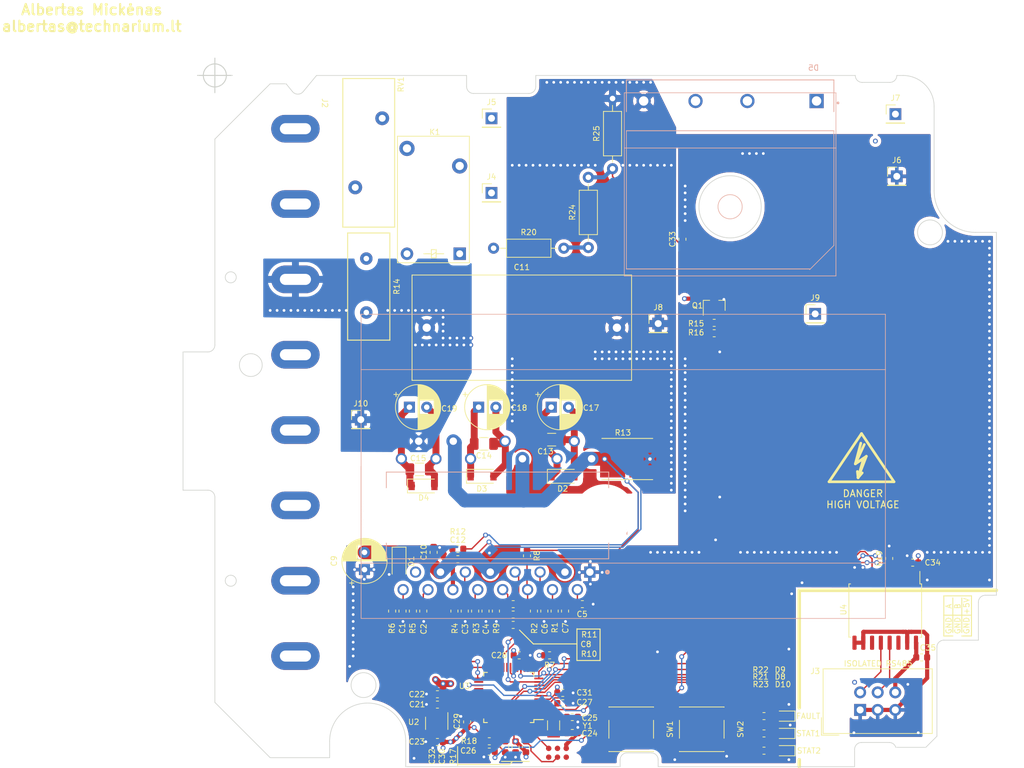
<source format=kicad_pcb>
(kicad_pcb (version 20200104) (host pcbnew "5.99.0-unknown-6252493~86~ubuntu18.04.1")
  (title_block (comment 1 "Albertas Mickenas") (comment 2 "albertas@technarium.lt"))
  (layers (0 "F.Cu" mixed) (1 "In1.Cu" power) (2 "In2.Cu" power) (31 "B.Cu" mixed) (34 "B.Paste" user hide) (35 "F.Paste" user hide) (36 "B.SilkS" user hide) (37 "F.SilkS" user) (38 "B.Mask" user hide) (39 "F.Mask" user hide) (44 "Edge.Cuts" user))
  (net 0 "")
  (net 1 "GND")
  (net 2 "/LINUF")
  (net 3 "/HINUF")
  (net 4 "/LINVF")
  (net 5 "/HINVF")
  (net 6 "/NTC")
  (net 7 "/LINWF")
  (net 8 "/HINWF")
  (net 9 "Net-(C8-Pad2)")
  (net 10 "Net-(C8-Pad1)")
  (net 11 "+15V")
  (net 12 "VBUS")
  (net 13 "/VBOOTW")
  (net 14 "/WOUT")
  (net 15 "/VBOOTV")
  (net 16 "/VOUT")
  (net 17 "/VBOOTU")
  (net 18 "/UOUT")
  (net 19 "/HINW")
  (net 20 "/LINW")
  (net 21 "/HINV")
  (net 22 "/LINV")
  (net 23 "/HINU")
  (net 24 "/LINU")
  (net 25 "+3V3")
  (net 26 "/VSHUNT")
  (net 27 "+1V5")
  (net 28 "/ISENSE")
  (net 29 "Net-(U1-Pad15)")
  (net 30 "Net-(K1-PadA1)")
  (net 31 "Net-(Q1-Pad1)")
  (net 32 "Net-(C12-Pad1)")
  (net 33 "Net-(C24-Pad1)")
  (net 34 "Net-(C25-Pad1)")
  (net 35 "/Microcontroller/~MCU_RST")
  (net 36 "/Microcontroller/MCU_AREF")
  (net 37 "Net-(C32-Pad1)")
  (net 38 "Net-(D8-Pad2)")
  (net 39 "Net-(D9-Pad2)")
  (net 40 "Net-(D10-Pad2)")
  (net 41 "/Microcontroller/SWD_IO")
  (net 42 "Net-(J1-Pad4)")
  (net 43 "Net-(J1-Pad5)")
  (net 44 "/Microcontroller/SWD_CLK")
  (net 45 "Net-(J1-Pad1)")
  (net 46 "/Microcontroller/LED1")
  (net 47 "/Microcontroller/LED2")
  (net 48 "/Microcontroller/LED3")
  (net 49 "Net-(SW2-Pad2)")
  (net 50 "Net-(U2-Pad4)")
  (net 51 "Net-(U3-Pad48)")
  (net 52 "Net-(U3-Pad47)")
  (net 53 "Net-(U3-Pad41)")
  (net 54 "Net-(U3-Pad39)")
  (net 55 "/Microcontroller/RX")
  (net 56 "/Microcontroller/TX")
  (net 57 "Net-(U3-Pad32)")
  (net 58 "Net-(U3-Pad31)")
  (net 59 "Net-(U3-Pad30)")
  (net 60 "Net-(U3-Pad29)")
  (net 61 "Net-(U3-Pad28)")
  (net 62 "Net-(U3-Pad26)")
  (net 63 "Net-(U3-Pad20)")
  (net 64 "Net-(U3-Pad19)")
  (net 65 "/Microcontroller/~RS485_RE")
  (net 66 "Net-(U3-Pad14)")
  (net 67 "Net-(U3-Pad13)")
  (net 68 "/Microcontroller/ISO_VCC")
  (net 69 "/Microcontroller/ISO_GND")
  (net 70 "/Microcontroller/ISO_A")
  (net 71 "/Microcontroller/ISO_B")
  (net 72 "Net-(U4-Pad14)")
  (net 73 "Net-(U4-Pad11)")
  (net 74 "Net-(R20-Pad2)")
  (net 75 "/LINE_N")
  (net 76 "/LINE_L")
  (net 77 "/INRUSH_BYPASS")
  (net 78 "/DC_BUS_MON")
  (net 79 "Net-(U3-Pad34)")
  (net 80 "Net-(U3-Pad33)")
  (net 81 "Net-(J2-Pad8)")
  (net 82 "Net-(J2-Pad7)")
  (net 83 "Net-(D5-PadAC1)")
  (module "Capacitor_SMD:C_1206_3216Metric" (layer "F.Cu") (at 79.6 97 180)
    (fp_text reference "C15" (at 0.2 1.6) (layer "F.SilkS") (effects (font (size 0.8 0.8) (thickness 0.12))))
    (fp_text value "2.2u")
    (pad "2" smd roundrect (at 1.4 0 180) (size 1.25 1.75) (layers "F.Cu" "F.Paste" "F.Mask") (roundrect_rratio 0.2) (net 17 "/VBOOTU"))
    (pad "1" smd roundrect (at -1.4 0 180) (size 1.25 1.75) (layers "F.Cu" "F.Paste" "F.Mask") (roundrect_rratio 0.2) (net 18 "/UOUT"))
  )
  (module "Capacitor_SMD:C_1206_3216Metric" (layer "F.Cu") (at 88.9 93.3 180)
    (fp_text reference "C14" (at 0 -1.7) (layer "F.SilkS") (effects (font (size 0.8 0.8) (thickness 0.12))))
    (fp_text value "2.2u")
    (pad "2" smd roundrect (at 1.4 0 180) (size 1.25 1.75) (layers "F.Cu" "F.Paste" "F.Mask") (roundrect_rratio 0.2) (net 15 "/VBOOTV"))
    (pad "1" smd roundrect (at -1.4 0 180) (size 1.25 1.75) (layers "F.Cu" "F.Paste" "F.Mask") (roundrect_rratio 0.2) (net 16 "/VOUT"))
  )
  (module "Capacitor_SMD:C_1206_3216Metric" (layer "F.Cu") (at 98.7 92.7 180)
    (fp_text reference "C13" (at 0.9 -1.7) (layer "F.SilkS") (effects (font (size 0.8 0.8) (thickness 0.12))))
    (fp_text value "2.2u")
    (pad "2" smd roundrect (at 1.4 0 180) (size 1.25 1.75) (layers "F.Cu" "F.Paste" "F.Mask") (roundrect_rratio 0.2) (net 13 "/VBOOTW"))
    (pad "1" smd roundrect (at -1.4 0 180) (size 1.25 1.75) (layers "F.Cu" "F.Paste" "F.Mask") (roundrect_rratio 0.2) (net 14 "/WOUT"))
  )
  (module "Connectors_IDC:IDC-Header_2x03_Pitch2.54mm_Straight" (layer "F.Cu") (at 143.3 131.8 90)
    (fp_text reference "J3" (at 5.6 -6.5 180) (layer "F.SilkS") (effects (font (size 0.8 0.8) (thickness 0.12))))
    (fp_text value "Isolated rs485")
    (pad "1" thru_hole rect (at 0 0 90) (size 1.7272 1.7272) (drill 1.016) (layers *.Cu *.Mask) (net 69 "/Microcontroller/ISO_GND"))
    (pad "2" thru_hole oval (at 2.54 0 90) (size 1.7272 1.7272) (drill 1.016) (layers *.Cu *.Mask) (net 70 "/Microcontroller/ISO_A"))
    (pad "3" thru_hole oval (at 0 2.54 90) (size 1.7272 1.7272) (drill 1.016) (layers *.Cu *.Mask) (net 69 "/Microcontroller/ISO_GND"))
    (pad "4" thru_hole oval (at 2.54 2.54 90) (size 1.7272 1.7272) (drill 1.016) (layers *.Cu *.Mask) (net 71 "/Microcontroller/ISO_B"))
    (pad "5" thru_hole oval (at 0 5.08 90) (size 1.7272 1.7272) (drill 1.016) (layers *.Cu *.Mask) (net 69 "/Microcontroller/ISO_GND"))
    (pad "6" thru_hole oval (at 2.54 5.08 90) (size 1.7272 1.7272) (drill 1.016) (layers *.Cu *.Mask) (net 68 "/Microcontroller/ISO_VCC"))
  )
  (module "umdriver:Symbol_HighVoltage_Type2_Silkscreen_VerySmall" (layer "F.Cu") (at 143.5 96)
    (fp_text reference "SYM1" hide)
    (fp_text value "SYM_Flash_Small")
  )
  (module "Pin_Headers:Pin_Header_Straight_1x01_Pitch2.54mm" (layer "F.Cu") (at 71.1 89.8)
    (fp_text reference "J10" (at 0 -2.33) (layer "F.SilkS") (effects (font (size 0.8 0.8) (thickness 0.12))))
    (fp_text value "Conn_01x01")
    (pad "1" thru_hole rect (at 0 0) (size 1.7 1.7) (drill 1) (layers *.Cu *.Mask) (net 12 "VBUS"))
  )
  (module "Pin_Headers:Pin_Header_Straight_1x01_Pitch2.54mm" (layer "F.Cu") (at 136.8 74.5)
    (fp_text reference "J9" (at 0 -2.33) (layer "F.SilkS") (effects (font (size 0.8 0.8) (thickness 0.12))))
    (fp_text value "Conn_01x01")
    (pad "1" thru_hole rect (at 0 0) (size 1.7 1.7) (drill 1) (layers *.Cu *.Mask) (net 12 "VBUS"))
  )
  (module "Pin_Headers:Pin_Header_Straight_1x01_Pitch2.54mm" (layer "F.Cu") (at 114.1 75.9)
    (fp_text reference "J8" (at 0 -2.33) (layer "F.SilkS") (effects (font (size 0.8 0.8) (thickness 0.12))))
    (fp_text value "Conn_01x01")
    (pad "1" thru_hole rect (at 0 0) (size 1.7 1.7) (drill 1) (layers *.Cu *.Mask) (net 1 "GND"))
  )
  (module "Pin_Headers:Pin_Header_Straight_1x01_Pitch2.54mm" (layer "F.Cu") (at 148.4 45.6)
    (fp_text reference "J7" (at 0 -2.33) (layer "F.SilkS") (effects (font (size 0.8 0.8) (thickness 0.12))))
    (fp_text value "Conn_01x01")
    (pad "1" thru_hole rect (at 0 0) (size 1.7 1.7) (drill 1) (layers *.Cu *.Mask) (net 11 "+15V"))
  )
  (module "Pin_Headers:Pin_Header_Straight_1x01_Pitch2.54mm" (layer "F.Cu") (at 148.6 54.6)
    (fp_text reference "J6" (at 0 -2.33) (layer "F.SilkS") (effects (font (size 0.8 0.8) (thickness 0.12))))
    (fp_text value "Conn_01x01")
    (pad "1" thru_hole rect (at 0 0) (size 1.7 1.7) (drill 1) (layers *.Cu *.Mask) (net 1 "GND"))
  )
  (module "Pin_Headers:Pin_Header_Straight_1x01_Pitch2.54mm" (layer "F.Cu") (at 90 46.2)
    (fp_text reference "J5" (at 0 -2.33) (layer "F.SilkS") (effects (font (size 0.8 0.8) (thickness 0.12))))
    (fp_text value "Conn_01x01")
    (pad "1" thru_hole rect (at 0 0) (size 1.7 1.7) (drill 1) (layers *.Cu *.Mask) (net 75 "/LINE_N"))
  )
  (module "Pin_Headers:Pin_Header_Straight_1x01_Pitch2.54mm" (layer "F.Cu") (at 90 57)
    (fp_text reference "J4" (at 0 -2.33) (layer "F.SilkS") (effects (font (size 0.8 0.8) (thickness 0.12))))
    (fp_text value "Conn_01x01")
    (pad "1" thru_hole rect (at 0 0) (size 1.7 1.7) (drill 1) (layers *.Cu *.Mask) (net 76 "/LINE_L"))
  )
  (module "umdriver:RESC_WSHM2818R0150FEA" (layer "F.Cu") (at 109.635 95.500001)
    (fp_text reference "R13" (at -0.635 -3.81 180) (layer "F.SilkS") (effects (font (size 0.8 0.8) (thickness 0.12))))
    (fp_text value "0.090 7W")
    (pad "2" thru_hole circle (at 3.275 0) (size 0.8 0.8) (drill 0.5) (layers *.Cu *.Mask) (net 1 "GND"))
    (pad "1" thru_hole circle (at -3.275 0) (size 0.8 0.8) (drill 0.5) (layers *.Cu *.Mask) (net 26 "/VSHUNT"))
    (pad "2" smd rect (at 2.12 0) (size 3.63 5.33) (layers "F.Cu" "F.Paste" "F.Mask") (net 1 "GND"))
    (pad "1" smd rect (at -2.12 0) (size 3.63 5.33) (layers "F.Cu" "F.Paste" "F.Mask") (net 26 "/VSHUNT"))
  )
  (module "umdriver:DIOB_GSIB2560-E3-45" (layer "B.Cu") (at 124.5 43.7 180)
    (fp_text reference "D5" (at -12.065 4.8 180) (layer "B.SilkS") (effects (font (size 0.8 0.8) (thickness 0.12)) (justify mirror)))
    (fp_text value "D_Bridge_+AA-")
    (pad "-" thru_hole circle (at 12.5 0 180) (size 2.06 2.06) (drill 1.37) (layers *.Cu *.Mask) (net 1 "GND"))
    (pad "AC2" thru_hole circle (at 5 0 180) (size 2.06 2.06) (drill 1.37) (layers *.Cu *.Mask) (net 75 "/LINE_N"))
    (pad "AC1" thru_hole circle (at -2.5 0 180) (size 2.06 2.06) (drill 1.37) (layers *.Cu *.Mask) (net 83 "Net-(D5-PadAC1)"))
    (pad "+" thru_hole rect (at -12.5 0 180) (size 2.06 2.06) (drill 1.37) (layers *.Cu *.Mask) (net 12 "VBUS"))
  )
  (module "umdriver:TB-YAG-8P" (layer "F.Cu") (at 61.65 47.71 -90)
    (fp_text reference "J2" (at -3.71 -4.25 -90 unlocked) (layer "F.SilkS") (effects (font (size 0.8 0.8) (thickness 0.12))))
    (fp_text value "Conn_01x08")
    (fp_text user "%R" (at 43.6 0.5 -90 unlocked) (layer "F.SilkS") (effects (font (size 0.8 0.8) (thickness 0.12))))
    (pad "8" thru_hole oval (at 76.3 0 270) (size 4 7) (drill oval 1.6 4.5) (layers *.Cu *.Mask) (net 81 "Net-(J2-Pad8)"))
    (pad "6" thru_hole oval (at 54.5 0 270) (size 4 7) (drill oval 1.6 4.5) (layers *.Cu *.Mask) (net 14 "/WOUT"))
    (pad "7" thru_hole oval (at 65.4 0 270) (size 4 7) (drill oval 1.6 4.5) (layers *.Cu *.Mask) (net 82 "Net-(J2-Pad7)"))
    (pad "5" thru_hole oval (at 43.6 0 270) (size 4 7) (drill oval 1.6 4.5) (layers *.Cu *.Mask) (net 16 "/VOUT"))
    (pad "4" thru_hole oval (at 32.7 0 270) (size 4 7) (drill oval 1.6 4.5) (layers *.Cu *.Mask) (net 18 "/UOUT"))
    (pad "3" thru_hole oval (at 21.8 0 270) (size 4 7) (drill oval 1.6 4.5) (layers *.Cu *.Mask) (net 12 "VBUS"))
    (pad "2" thru_hole oval (at 10.9 0 270) (size 4 7) (drill oval 1.6 4.5) (layers *.Cu *.Mask) (net 76 "/LINE_L"))
    (pad "1" thru_hole oval (at 0 0 270) (size 4 7) (drill oval 1.6 4.5) (layers *.Cu *.Mask) (net 75 "/LINE_N"))
  )
  (module "umdriver:Relay_SPST" (layer "F.Cu") (at 85.4 65.8 90)
    (fp_text reference "K1" (at 17.6 -3.6) (layer "F.SilkS") (effects (font (size 0.8 0.8) (thickness 0.12))))
    (fp_text value "SPST")
    (pad "A1" thru_hole rect (at 0 0 180) (size 1.8 1.8) (drill 1) (layers *.Cu *.Mask) (net 30 "Net-(K1-PadA1)"))
    (pad "A2" thru_hole circle (at 0 -7.62 180) (size 1.8 1.8) (drill 1) (layers *.Cu *.Mask) (net 11 "+15V"))
    (pad "11" thru_hole circle (at 12.7 0 180) (size 2.2 2.2) (drill 1.2) (layers *.Cu *.Mask) (net 76 "/LINE_L"))
    (pad "14" thru_hole circle (at 15.24 -7.62 180) (size 2.2 2.2) (drill 1.2) (layers *.Cu *.Mask) (net 83 "Net-(D5-PadAC1)"))
  )
  (module "Capacitor_SMD:C_0603_1608Metric" (layer "F.Cu") (at 117.6 63.7 90)
    (fp_text reference "C33" (at 0 -1.43 90) (layer "F.SilkS") (effects (font (size 0.8 0.8) (thickness 0.12))))
    (fp_text value "1u")
    (pad "2" smd roundrect (at 0.7875 0 90) (size 0.875 0.95) (layers "F.Cu" "F.Paste" "F.Mask") (net 1 "GND"))
    (pad "1" smd roundrect (at -0.7875 0 90) (size 0.875 0.95) (layers "F.Cu" "F.Paste" "F.Mask") (net 78 "/DC_BUS_MON"))
  )
  (module "Varistors:RV_Disc_D15.5_W6.1_P7.5" (layer "F.Cu") (at 71.9 74.3 90)
    (fp_text reference "R14" (at 3.75 4.4 270) (layer "F.SilkS") (effects (font (size 0.8 0.8) (thickness 0.12))))
    (fp_text value "1k")
    (pad "1" thru_hole circle (at 0 0 90) (size 1.8 1.8) (drill 0.8) (layers *.Cu *.Mask) (net 76 "/LINE_L"))
    (pad "2" thru_hole circle (at 7.8 0 90) (size 1.8 1.8) (drill 0.8) (layers *.Cu *.Mask) (net 83 "Net-(D5-PadAC1)"))
  )
  (module "Resistors_THT:R_Axial_DIN0207_L6.3mm_D2.5mm_P10.16mm_Horizontal" (layer "F.Cu") (at 107.5 53.5 90)
    (fp_text reference "R25" (at 5.08 -2.31 90) (layer "F.SilkS") (effects (font (size 0.8 0.8) (thickness 0.12))))
    (fp_text value "1.8k")
    (pad "1" thru_hole circle (at 0 0 90) (size 1.6 1.6) (drill 0.8) (layers *.Cu *.Mask) (net 78 "/DC_BUS_MON"))
    (pad "2" thru_hole oval (at 10.16 0 90) (size 1.6 1.6) (drill 0.8) (layers *.Cu *.Mask) (net 1 "GND"))
  )
  (module "Resistors_THT:R_Axial_DIN0207_L6.3mm_D2.5mm_P10.16mm_Horizontal" (layer "F.Cu") (at 104 64.9 90)
    (fp_text reference "R24" (at 5.08 -2.31 90) (layer "F.SilkS") (effects (font (size 0.8 0.8) (thickness 0.12))))
    (fp_text value "100k")
    (pad "1" thru_hole circle (at 0 0 90) (size 1.6 1.6) (drill 0.8) (layers *.Cu *.Mask) (net 74 "Net-(R20-Pad2)"))
    (pad "2" thru_hole oval (at 10.16 0 90) (size 1.6 1.6) (drill 0.8) (layers *.Cu *.Mask) (net 78 "/DC_BUS_MON"))
  )
  (module "Resistors_THT:R_Axial_DIN0207_L6.3mm_D2.5mm_P10.16mm_Horizontal" (layer "F.Cu") (at 90.3 65)
    (fp_text reference "R20" (at 5.08 -2.31) (layer "F.SilkS") (effects (font (size 0.8 0.8) (thickness 0.12))))
    (fp_text value "100k")
    (pad "1" thru_hole circle (at 0 0) (size 1.6 1.6) (drill 0.8) (layers *.Cu *.Mask) (net 12 "VBUS"))
    (pad "2" thru_hole oval (at 10.16 0) (size 1.6 1.6) (drill 0.8) (layers *.Cu *.Mask) (net 74 "Net-(R20-Pad2)"))
  )
  (module "Varistors:RV_Disc_D21.5_W7.5_P10" (layer "F.Cu") (at 70.3 56.2 90)
    (fp_text reference "RV1" (at 14.9 6.6 90) (layer "F.SilkS") (effects (font (size 0.8 0.8) (thickness 0.12))))
    (fp_text value "Varistor")
    (pad "1" thru_hole circle (at 0 0 90) (size 2 2) (drill 1) (layers *.Cu *.Mask) (net 76 "/LINE_L"))
    (pad "2" thru_hole circle (at 10 3.9 90) (size 2 2) (drill 1) (layers *.Cu *.Mask) (net 75 "/LINE_N"))
  )
  (module "umdriver:ST_STGIPQ8C60T-HZ" (layer "B.Cu") (at 90.87 103.660001 90)
    (fp_text reference "U1" (at -2.11423 18.3525 90) (layer "B.SilkS") (effects (font (size 0.8 0.8) (thickness 0.12)) (justify mirror)))
    (fp_text value "STGIPQ8C60T")
    (pad "25" thru_hole circle (at 10.74 11.1 90) (size 1.62 1.62) (drill 1.08) (layers *.Cu *.Mask) (net 14 "/WOUT"))
    (pad "22" thru_hole circle (at 10.74 1.1 90) (size 1.62 1.62) (drill 1.08) (layers *.Cu *.Mask) (net 16 "/VOUT"))
    (pad "20" thru_hole circle (at 10.74 -6.4 90) (size 1.62 1.62) (drill 1.08) (layers *.Cu *.Mask) (net 26 "/VSHUNT"))
    (pad "18" thru_hole circle (at 10.74 -11.4 90) (size 1.62 1.62) (drill 1.08) (layers *.Cu *.Mask) (net 12 "VBUS"))
    (pad "21" thru_hole circle (at 8.2 -3.9 90) (size 1.62 1.62) (drill 1.08) (layers *.Cu *.Mask) (net 15 "/VBOOTV"))
    (pad "19" thru_hole circle (at 8.2 -8.9 90) (size 1.62 1.62) (drill 1.08) (layers *.Cu *.Mask) (net 18 "/UOUT"))
    (pad "17" thru_hole circle (at 8.2 -13.9 90) (size 1.62 1.62) (drill 1.08) (layers *.Cu *.Mask) (net 17 "/VBOOTU"))
    (pad "16" thru_hole circle (at -10.74 -13.65 90) (size 1.62 1.62) (drill 1.08) (layers *.Cu *.Mask) (net 2 "/LINUF"))
    (pad "15" thru_hole circle (at -8.2 -11.85 90) (size 1.62 1.62) (drill 1.08) (layers *.Cu *.Mask) (net 29 "Net-(U1-Pad15)"))
    (pad "14" thru_hole circle (at -10.74 -10.05 90) (size 1.62 1.62) (drill 1.08) (layers *.Cu *.Mask) (net 3 "/HINUF"))
    (pad "13" thru_hole circle (at -8.2 -8.25 90) (size 1.62 1.62) (drill 1.08) (layers *.Cu *.Mask) (net 11 "+15V"))
    (pad "12" thru_hole circle (at -10.74 -6.45 90) (size 1.62 1.62) (drill 1.08) (layers *.Cu *.Mask) (net 32 "Net-(C12-Pad1)"))
    (pad "11" thru_hole circle (at -8.2 -4.65 90) (size 1.62 1.62) (drill 1.08) (layers *.Cu *.Mask) (net 4 "/LINVF"))
    (pad "10" thru_hole circle (at -10.74 -2.85 90) (size 1.62 1.62) (drill 1.08) (layers *.Cu *.Mask) (net 5 "/HINVF"))
    (pad "9" thru_hole circle (at -8.2 -1.05 90) (size 1.62 1.62) (drill 1.08) (layers *.Cu *.Mask) (net 11 "+15V"))
    (pad "8" thru_hole circle (at -10.74 0.75 90) (size 1.62 1.62) (drill 1.08) (layers *.Cu *.Mask) (net 9 "Net-(C8-Pad2)"))
    (pad "7" thru_hole circle (at -8.2 2.55 90) (size 1.62 1.62) (drill 1.08) (layers *.Cu *.Mask) (net 28 "/ISENSE"))
    (pad "6" thru_hole circle (at -10.74 4.35 90) (size 1.62 1.62) (drill 1.08) (layers *.Cu *.Mask) (net 10 "Net-(C8-Pad1)"))
    (pad "5" thru_hole circle (at -8.2 6.15 90) (size 1.62 1.62) (drill 1.08) (layers *.Cu *.Mask) (net 7 "/LINWF"))
    (pad "4" thru_hole circle (at -10.74 7.95 90) (size 1.62 1.62) (drill 1.08) (layers *.Cu *.Mask) (net 8 "/HINWF"))
    (pad "3" thru_hole circle (at -8.2 9.75 90) (size 1.62 1.62) (drill 1.08) (layers *.Cu *.Mask) (net 11 "+15V"))
    (pad "2" thru_hole circle (at -10.74 11.55 90) (size 1.62 1.62) (drill 1.08) (layers *.Cu *.Mask) (net 6 "/NTC"))
    (pad "23" thru_hole circle (at 8.2 3.6 90) (size 1.62 1.62) (drill 1.08) (layers *.Cu *.Mask) (net 26 "/VSHUNT"))
    (pad "24" thru_hole circle (at 8.2 8.6 90) (size 1.62 1.62) (drill 1.08) (layers *.Cu *.Mask) (net 13 "/VBOOTW"))
    (pad "26" thru_hole circle (at 8.2 13.6 90) (size 1.62 1.62) (drill 1.08) (layers *.Cu *.Mask) (net 26 "/VSHUNT"))
    (pad "1" thru_hole rect (at -8.2 13.35 90) (size 1.62 1.62) (drill 1.08) (layers *.Cu *.Mask) (net 1 "GND"))
    (pad "" np_thru_hole circle (at 0 15.5 90) (size 8 8) (drill 8) (layers *.Cu *.Mask))
    (pad "" np_thru_hole circle (at 0 -15.5 90) (size 8 8) (drill 8) (layers *.Cu *.Mask))
  )
  (module "Package_SO:SOIC-16W_7.5x10.3mm_P1.27mm" (layer "F.Cu") (at 146.93 117.4275 -90)
    (fp_text reference "U4" (at -0.1275 6.03 90) (layer "F.SilkS") (effects (font (size 0.8 0.8) (thickness 0.12))))
    (fp_text value "ISO3088DW")
    (pad "16" smd roundrect (at 4.65 -4.445 270) (size 2.05 0.6) (layers "F.Cu" "F.Paste" "F.Mask") (net 68 "/Microcontroller/ISO_VCC"))
    (pad "15" smd roundrect (at 4.65 -3.175 270) (size 2.05 0.6) (layers "F.Cu" "F.Paste" "F.Mask") (net 69 "/Microcontroller/ISO_GND"))
    (pad "14" smd roundrect (at 4.65 -1.905 270) (size 2.05 0.6) (layers "F.Cu" "F.Paste" "F.Mask") (net 72 "Net-(U4-Pad14)"))
    (pad "13" smd roundrect (at 4.65 -0.635 270) (size 2.05 0.6) (layers "F.Cu" "F.Paste" "F.Mask") (net 71 "/Microcontroller/ISO_B"))
    (pad "12" smd roundrect (at 4.65 0.635 270) (size 2.05 0.6) (layers "F.Cu" "F.Paste" "F.Mask") (net 70 "/Microcontroller/ISO_A"))
    (pad "11" smd roundrect (at 4.65 1.905 270) (size 2.05 0.6) (layers "F.Cu" "F.Paste" "F.Mask") (net 73 "Net-(U4-Pad11)"))
    (pad "10" smd roundrect (at 4.65 3.175 270) (size 2.05 0.6) (layers "F.Cu" "F.Paste" "F.Mask") (net 69 "/Microcontroller/ISO_GND"))
    (pad "9" smd roundrect (at 4.65 4.445 270) (size 2.05 0.6) (layers "F.Cu" "F.Paste" "F.Mask") (net 69 "/Microcontroller/ISO_GND"))
    (pad "8" smd roundrect (at -4.65 4.445 270) (size 2.05 0.6) (layers "F.Cu" "F.Paste" "F.Mask") (net 1 "GND"))
    (pad "7" smd roundrect (at -4.65 3.175 270) (size 2.05 0.6) (layers "F.Cu" "F.Paste" "F.Mask") (net 1 "GND"))
    (pad "6" smd roundrect (at -4.65 1.905 270) (size 2.05 0.6) (layers "F.Cu" "F.Paste" "F.Mask") (net 56 "/Microcontroller/TX"))
    (pad "5" smd roundrect (at -4.65 0.635 270) (size 2.05 0.6) (layers "F.Cu" "F.Paste" "F.Mask") (net 65 "/Microcontroller/~RS485_RE"))
    (pad "4" smd roundrect (at -4.65 -0.635 270) (size 2.05 0.6) (layers "F.Cu" "F.Paste" "F.Mask") (net 65 "/Microcontroller/~RS485_RE"))
    (pad "3" smd roundrect (at -4.65 -1.905 270) (size 2.05 0.6) (layers "F.Cu" "F.Paste" "F.Mask") (net 55 "/Microcontroller/RX"))
    (pad "2" smd roundrect (at -4.65 -3.175 270) (size 2.05 0.6) (layers "F.Cu" "F.Paste" "F.Mask") (net 1 "GND"))
    (pad "1" smd roundrect (at -4.65 -4.445 270) (size 2.05 0.6) (layers "F.Cu" "F.Paste" "F.Mask") (net 25 "+3V3"))
  )
  (module "Resistor_SMD:R_0603_1608Metric" (layer "F.Cu") (at 147.5 109.8875 90)
    (fp_text reference "R19" (at 0 -1.43 90) (layer "F.SilkS") (effects (font (size 0.8 0.8) (thickness 0.12))))
    (fp_text value "1M")
    (pad "2" smd roundrect (at 0.7875 0 90) (size 0.875 0.95) (layers "F.Cu" "F.Paste" "F.Mask") (net 1 "GND"))
    (pad "1" smd roundrect (at -0.7875 0 90) (size 0.875 0.95) (layers "F.Cu" "F.Paste" "F.Mask") (net 65 "/Microcontroller/~RS485_RE"))
  )
  (module "Capacitor_SMD:C_0603_1608Metric" (layer "F.Cu") (at 152.2 124.2)
    (fp_text reference "C35" (at 0.9 -1.4) (layer "F.SilkS") (effects (font (size 0.8 0.8) (thickness 0.12))))
    (fp_text value "1u")
    (pad "2" smd roundrect (at 0.7875 0) (size 0.875 0.95) (layers "F.Cu" "F.Paste" "F.Mask") (net 69 "/Microcontroller/ISO_GND"))
    (pad "1" smd roundrect (at -0.7875 0) (size 0.875 0.95) (layers "F.Cu" "F.Paste" "F.Mask") (net 68 "/Microcontroller/ISO_VCC"))
  )
  (module "Capacitor_SMD:C_0603_1608Metric" (layer "F.Cu") (at 150.9 110.4875 180)
    (fp_text reference "C34" (at -2.9 0) (layer "F.SilkS") (effects (font (size 0.8 0.8) (thickness 0.12))))
    (fp_text value "1u")
    (pad "2" smd roundrect (at 0.7875 0 180) (size 0.875 0.95) (layers "F.Cu" "F.Paste" "F.Mask") (net 1 "GND"))
    (pad "1" smd roundrect (at -0.7875 0 180) (size 0.875 0.95) (layers "F.Cu" "F.Paste" "F.Mask") (net 25 "+3V3"))
  )
  (module "Crystals:Crystal_SMD_3215-2pin_3.2x1.5mm" (layer "F.Cu") (at 98.980501 134.034501 90)
    (fp_text reference "Y1" (at -0.065499 4.919499 180) (layer "F.SilkS") (effects (font (size 0.8 0.8) (thickness 0.12))))
    (fp_text value "32.768")
    (pad "1" smd rect (at 1.25 0 90) (size 1 1.8) (layers "F.Cu" "F.Paste" "F.Mask") (net 34 "Net-(C25-Pad1)"))
    (pad "2" smd rect (at -1.25 0 90) (size 1 1.8) (layers "F.Cu" "F.Paste" "F.Mask") (net 33 "Net-(C24-Pad1)"))
  )
  (module "Package_QFP:TQFP-48_7x7mm_P0.5mm" (layer "F.Cu") (at 92.5 130 180)
    (fp_text reference "U3" (at 6.4 1.65) (layer "F.SilkS") (effects (font (size 0.8 0.8) (thickness 0.12))))
    (fp_text value "ATSAMD21G18A-AUT")
    (pad "48" smd rect (at -2.75 -4.35 270) (size 1.3 0.25) (layers "F.Cu" "F.Paste" "F.Mask") (net 51 "Net-(U3-Pad48)"))
    (pad "47" smd rect (at -2.25 -4.35 270) (size 1.3 0.25) (layers "F.Cu" "F.Paste" "F.Mask") (net 52 "Net-(U3-Pad47)"))
    (pad "46" smd rect (at -1.75 -4.35 270) (size 1.3 0.25) (layers "F.Cu" "F.Paste" "F.Mask") (net 41 "/Microcontroller/SWD_IO"))
    (pad "45" smd rect (at -1.25 -4.35 270) (size 1.3 0.25) (layers "F.Cu" "F.Paste" "F.Mask") (net 44 "/Microcontroller/SWD_CLK"))
    (pad "44" smd rect (at -0.75 -4.35 270) (size 1.3 0.25) (layers "F.Cu" "F.Paste" "F.Mask") (net 25 "+3V3"))
    (pad "43" smd rect (at -0.25 -4.35 270) (size 1.3 0.25) (layers "F.Cu" "F.Paste" "F.Mask") (net 37 "Net-(C32-Pad1)"))
    (pad "42" smd rect (at 0.25 -4.35 270) (size 1.3 0.25) (layers "F.Cu" "F.Paste" "F.Mask") (net 1 "GND"))
    (pad "41" smd rect (at 0.75 -4.35 270) (size 1.3 0.25) (layers "F.Cu" "F.Paste" "F.Mask") (net 53 "Net-(U3-Pad41)"))
    (pad "40" smd rect (at 1.25 -4.35 270) (size 1.3 0.25) (layers "F.Cu" "F.Paste" "F.Mask") (net 35 "/Microcontroller/~MCU_RST"))
    (pad "39" smd rect (at 1.75 -4.35 270) (size 1.3 0.25) (layers "F.Cu" "F.Paste" "F.Mask") (net 54 "Net-(U3-Pad39)"))
    (pad "38" smd rect (at 2.25 -4.35 270) (size 1.3 0.25) (layers "F.Cu" "F.Paste" "F.Mask") (net 55 "/Microcontroller/RX"))
    (pad "37" smd rect (at 2.75 -4.35 270) (size 1.3 0.25) (layers "F.Cu" "F.Paste" "F.Mask") (net 56 "/Microcontroller/TX"))
    (pad "36" smd rect (at 4.35 -2.75 180) (size 1.3 0.25) (layers "F.Cu" "F.Paste" "F.Mask") (net 25 "+3V3"))
    (pad "35" smd rect (at 4.35 -2.25 180) (size 1.3 0.25) (layers "F.Cu" "F.Paste" "F.Mask") (net 1 "GND"))
    (pad "34" smd rect (at 4.35 -1.75 180) (size 1.3 0.25) (layers "F.Cu" "F.Paste" "F.Mask") (net 79 "Net-(U3-Pad34)"))
    (pad "33" smd rect (at 4.35 -1.25 180) (size 1.3 0.25) (layers "F.Cu" "F.Paste" "F.Mask") (net 80 "Net-(U3-Pad33)"))
    (pad "32" smd rect (at 4.35 -0.75 180) (size 1.3 0.25) (layers "F.Cu" "F.Paste" "F.Mask") (net 57 "Net-(U3-Pad32)"))
    (pad "31" smd rect (at 4.35 -0.25 180) (size 1.3 0.25) (layers "F.Cu" "F.Paste" "F.Mask") (net 58 "Net-(U3-Pad31)"))
    (pad "30" smd rect (at 4.35 0.25 180) (size 1.3 0.25) (layers "F.Cu" "F.Paste" "F.Mask") (net 59 "Net-(U3-Pad30)"))
    (pad "29" smd rect (at 4.35 0.75 180) (size 1.3 0.25) (layers "F.Cu" "F.Paste" "F.Mask") (net 60 "Net-(U3-Pad29)"))
    (pad "28" smd rect (at 4.35 1.25 180) (size 1.3 0.25) (layers "F.Cu" "F.Paste" "F.Mask") (net 61 "Net-(U3-Pad28)"))
    (pad "27" smd rect (at 4.35 1.75 180) (size 1.3 0.25) (layers "F.Cu" "F.Paste" "F.Mask") (net 77 "/INRUSH_BYPASS"))
    (pad "26" smd rect (at 4.35 2.25 180) (size 1.3 0.25) (layers "F.Cu" "F.Paste" "F.Mask") (net 62 "Net-(U3-Pad26)"))
    (pad "25" smd rect (at 4.35 2.75 180) (size 1.3 0.25) (layers "F.Cu" "F.Paste" "F.Mask") (net 23 "/HINU"))
    (pad "24" smd rect (at 2.75 4.35 270) (size 1.3 0.25) (layers "F.Cu" "F.Paste" "F.Mask") (net 24 "/LINU"))
    (pad "23" smd rect (at 2.25 4.35 270) (size 1.3 0.25) (layers "F.Cu" "F.Paste" "F.Mask") (net 22 "/LINV"))
    (pad "22" smd rect (at 1.75 4.35 270) (size 1.3 0.25) (layers "F.Cu" "F.Paste" "F.Mask") (net 21 "/HINV"))
    (pad "21" smd rect (at 1.25 4.35 270) (size 1.3 0.25) (layers "F.Cu" "F.Paste" "F.Mask") (net 20 "/LINW"))
    (pad "20" smd rect (at 0.75 4.35 270) (size 1.3 0.25) (layers "F.Cu" "F.Paste" "F.Mask") (net 63 "Net-(U3-Pad20)"))
    (pad "19" smd rect (at 0.25 4.35 270) (size 1.3 0.25) (layers "F.Cu" "F.Paste" "F.Mask") (net 64 "Net-(U3-Pad19)"))
    (pad "18" smd rect (at -0.25 4.35 270) (size 1.3 0.25) (layers "F.Cu" "F.Paste" "F.Mask") (net 1 "GND"))
    (pad "17" smd rect (at -0.75 4.35 270) (size 1.3 0.25) (layers "F.Cu" "F.Paste" "F.Mask") (net 25 "+3V3"))
    (pad "16" smd rect (at -1.25 4.35 270) (size 1.3 0.25) (layers "F.Cu" "F.Paste" "F.Mask") (net 19 "/HINW"))
    (pad "15" smd rect (at -1.75 4.35 270) (size 1.3 0.25) (layers "F.Cu" "F.Paste" "F.Mask") (net 65 "/Microcontroller/~RS485_RE"))
    (pad "14" smd rect (at -2.25 4.35 270) (size 1.3 0.25) (layers "F.Cu" "F.Paste" "F.Mask") (net 66 "Net-(U3-Pad14)"))
    (pad "13" smd rect (at -2.75 4.35 270) (size 1.3 0.25) (layers "F.Cu" "F.Paste" "F.Mask") (net 67 "Net-(U3-Pad13)"))
    (pad "12" smd rect (at -4.35 2.75 180) (size 1.3 0.25) (layers "F.Cu" "F.Paste" "F.Mask") (net 6 "/NTC"))
    (pad "11" smd rect (at -4.35 2.25 180) (size 1.3 0.25) (layers "F.Cu" "F.Paste" "F.Mask") (net 28 "/ISENSE"))
    (pad "10" smd rect (at -4.35 1.75 180) (size 1.3 0.25) (layers "F.Cu" "F.Paste" "F.Mask") (net 47 "/Microcontroller/LED2"))
    (pad "9" smd rect (at -4.35 1.25 180) (size 1.3 0.25) (layers "F.Cu" "F.Paste" "F.Mask") (net 46 "/Microcontroller/LED1"))
    (pad "8" smd rect (at -4.35 0.75 180) (size 1.3 0.25) (layers "F.Cu" "F.Paste" "F.Mask") (net 48 "/Microcontroller/LED3"))
    (pad "7" smd rect (at -4.35 0.25 180) (size 1.3 0.25) (layers "F.Cu" "F.Paste" "F.Mask") (net 49 "Net-(SW2-Pad2)"))
    (pad "6" smd rect (at -4.35 -0.25 180) (size 1.3 0.25) (layers "F.Cu" "F.Paste" "F.Mask") (net 25 "+3V3"))
    (pad "5" smd rect (at -4.35 -0.75 180) (size 1.3 0.25) (layers "F.Cu" "F.Paste" "F.Mask") (net 1 "GND"))
    (pad "4" smd rect (at -4.35 -1.25 180) (size 1.3 0.25) (layers "F.Cu" "F.Paste" "F.Mask") (net 36 "/Microcontroller/MCU_AREF"))
    (pad "3" smd rect (at -4.35 -1.75 180) (size 1.3 0.25) (layers "F.Cu" "F.Paste" "F.Mask") (net 78 "/DC_BUS_MON"))
    (pad "2" smd rect (at -4.35 -2.25 180) (size 1.3 0.25) (layers "F.Cu" "F.Paste" "F.Mask") (net 34 "Net-(C25-Pad1)"))
    (pad "1" smd rect (at -4.35 -2.75 180) (size 1.3 0.25) (layers "F.Cu" "F.Paste" "F.Mask") (net 33 "Net-(C24-Pad1)"))
  )
  (module "TO_SOT_Packages_SMD:SOT-23-5" (layer "F.Cu") (at 82.080501 133.734501 -90)
    (fp_text reference "U2" (at -0.184501 3.330501 180) (layer "F.SilkS") (effects (font (size 0.8 0.8) (thickness 0.12))))
    (fp_text value "NCP718")
    (pad "1" smd rect (at -1.1 -0.95 270) (size 1.06 0.65) (layers "F.Cu" "F.Paste" "F.Mask") (net 11 "+15V"))
    (pad "2" smd rect (at -1.1 0 270) (size 1.06 0.65) (layers "F.Cu" "F.Paste" "F.Mask") (net 1 "GND"))
    (pad "3" smd rect (at -1.1 0.95 270) (size 1.06 0.65) (layers "F.Cu" "F.Paste" "F.Mask") (net 11 "+15V"))
    (pad "4" smd rect (at 1.1 0.95 270) (size 1.06 0.65) (layers "F.Cu" "F.Paste" "F.Mask") (net 50 "Net-(U2-Pad4)"))
    (pad "5" smd rect (at 1.1 -0.95 270) (size 1.06 0.65) (layers "F.Cu" "F.Paste" "F.Mask") (net 25 "+3V3"))
  )
  (module "Button_Switch_SMD:SW_Push_1P1T_NO_6x6mm_H9.5mm" (layer "F.Cu") (at 120.4 134.6 180)
    (fp_text reference "SW2" (at -5.6 0 270) (layer "F.SilkS") (effects (font (size 0.8 0.8) (thickness 0.12))))
    (fp_text value "SW_Test")
    (pad "2" smd rect (at 3.975 2.25 180) (size 1.55 1.3) (layers "F.Cu" "F.Paste" "F.Mask") (net 49 "Net-(SW2-Pad2)"))
    (pad "1" smd rect (at 3.975 -2.25 180) (size 1.55 1.3) (layers "F.Cu" "F.Paste" "F.Mask") (net 1 "GND"))
    (pad "1" smd rect (at -3.975 -2.25 180) (size 1.55 1.3) (layers "F.Cu" "F.Paste" "F.Mask") (net 1 "GND"))
    (pad "2" smd rect (at -3.975 2.25 180) (size 1.55 1.3) (layers "F.Cu" "F.Paste" "F.Mask") (net 49 "Net-(SW2-Pad2)"))
  )
  (module "Button_Switch_SMD:SW_Push_1P1T_NO_6x6mm_H9.5mm" (layer "F.Cu") (at 110.2 134.6 180)
    (fp_text reference "SW1" (at -5.6 0 270) (layer "F.SilkS") (effects (font (size 0.8 0.8) (thickness 0.12))))
    (fp_text value "SW_Reset")
    (pad "2" smd rect (at 3.975 2.25 180) (size 1.55 1.3) (layers "F.Cu" "F.Paste" "F.Mask") (net 35 "/Microcontroller/~MCU_RST"))
    (pad "1" smd rect (at 3.975 -2.25 180) (size 1.55 1.3) (layers "F.Cu" "F.Paste" "F.Mask") (net 1 "GND"))
    (pad "1" smd rect (at -3.975 -2.25 180) (size 1.55 1.3) (layers "F.Cu" "F.Paste" "F.Mask") (net 1 "GND"))
    (pad "2" smd rect (at -3.975 2.25 180) (size 1.55 1.3) (layers "F.Cu" "F.Paste" "F.Mask") (net 35 "/Microcontroller/~MCU_RST"))
  )
  (module "Resistor_SMD:R_0603_1608Metric" (layer "F.Cu") (at 129.4 137.7)
    (fp_text reference "R23" (at -0.4625 -9.6) (layer "F.SilkS") (effects (font (size 0.8 0.8) (thickness 0.12))))
    (fp_text value "1k")
    (pad "2" smd roundrect (at 0.7875 0) (size 0.875 0.95) (layers "F.Cu" "F.Paste" "F.Mask") (net 40 "Net-(D10-Pad2)"))
    (pad "1" smd roundrect (at -0.7875 0) (size 0.875 0.95) (layers "F.Cu" "F.Paste" "F.Mask") (net 48 "/Microcontroller/LED3"))
  )
  (module "Resistor_SMD:R_0603_1608Metric" (layer "F.Cu") (at 129.4 132.7)
    (fp_text reference "R22" (at -0.5 -6.7) (layer "F.SilkS") (effects (font (size 0.8 0.8) (thickness 0.12))))
    (fp_text value "1k")
    (pad "2" smd roundrect (at 0.7875 0) (size 0.875 0.95) (layers "F.Cu" "F.Paste" "F.Mask") (net 39 "Net-(D9-Pad2)"))
    (pad "1" smd roundrect (at -0.7875 0) (size 0.875 0.95) (layers "F.Cu" "F.Paste" "F.Mask") (net 47 "/Microcontroller/LED2"))
  )
  (module "Resistor_SMD:R_0603_1608Metric" (layer "F.Cu") (at 129.4 135.2)
    (fp_text reference "R21" (at -0.5 -8.2) (layer "F.SilkS") (effects (font (size 0.8 0.8) (thickness 0.12))))
    (fp_text value "1k")
    (pad "2" smd roundrect (at 0.7875 0) (size 0.875 0.95) (layers "F.Cu" "F.Paste" "F.Mask") (net 38 "Net-(D8-Pad2)"))
    (pad "1" smd roundrect (at -0.7875 0) (size 0.875 0.95) (layers "F.Cu" "F.Paste" "F.Mask") (net 46 "/Microcontroller/LED1"))
  )
  (module "Resistor_SMD:R_0603_1608Metric" (layer "F.Cu") (at 89.680501 136.334501)
    (fp_text reference "R18" (at -2.930501 -0.034501) (layer "F.SilkS") (effects (font (size 0.8 0.8) (thickness 0.12))))
    (fp_text value "1k")
    (pad "2" smd roundrect (at 0.7875 0) (size 0.875 0.95) (layers "F.Cu" "F.Paste" "F.Mask") (net 35 "/Microcontroller/~MCU_RST"))
    (pad "1" smd roundrect (at -0.7875 0) (size 0.875 0.95) (layers "F.Cu" "F.Paste" "F.Mask") (net 25 "+3V3"))
  )
  (module "Resistor_SMD:R_0603_1608Metric" (layer "F.Cu") (at 94.980501 137.134501 90)
    (fp_text reference "R17" (at -1.415499 -10.530501 90) (layer "F.SilkS") (effects (font (size 0.8 0.8) (thickness 0.12))))
    (fp_text value "1k")
    (pad "2" smd roundrect (at 0.7875 0 90) (size 0.875 0.95) (layers "F.Cu" "F.Paste" "F.Mask") (net 44 "/Microcontroller/SWD_CLK"))
    (pad "1" smd roundrect (at -0.7875 0 90) (size 0.875 0.95) (layers "F.Cu" "F.Paste" "F.Mask") (net 25 "+3V3"))
  )
  (module "miceuz-lib:TC2030-MCP-NL" (layer "F.Cu") (at 97 138)
    (fp_text reference "J1" hide)
    (fp_text value "SWD" hide)
    (pad "2" smd circle (at 1.27 -0.635) (size 0.7874 0.7874) (layers "F.Cu" "F.Mask") (net 41 "/Microcontroller/SWD_IO"))
    (pad "4" smd circle (at 2.54 -0.635) (size 0.7874 0.7874) (layers "F.Cu" "F.Mask") (net 42 "Net-(J1-Pad4)"))
    (pad "6" smd circle (at 3.81 -0.635) (size 0.7874 0.7874) (layers "F.Cu" "F.Mask") (net 1 "GND"))
    (pad "5" smd circle (at 3.81 0.635) (size 0.7874 0.7874) (layers "F.Cu" "F.Mask") (net 43 "Net-(J1-Pad5)"))
    (pad "3" smd circle (at 2.54 0.635) (size 0.7874 0.7874) (layers "F.Cu" "F.Mask") (net 44 "/Microcontroller/SWD_CLK"))
    (pad "1" smd circle (at 1.27 0.635) (size 0.7874 0.7874) (layers "F.Cu" "F.Mask") (net 45 "Net-(J1-Pad1)"))
    (pad "" np_thru_hole circle (at 0 0) (size 0.889 0.889) (drill 0.889) (layers *.Cu))
    (pad "" np_thru_hole circle (at 5.08 1.016) (size 0.889 0.889) (drill 0.889) (layers *.Cu))
    (pad "" np_thru_hole circle (at 5.08 -1.016) (size 0.889 0.889) (drill 0.889) (layers *.Cu))
  )
  (module "LED_SMD:LED_0603_1608Metric" (layer "F.Cu") (at 132.4 137.7 180)
    (fp_text reference "D10" (at 0.2625 9.6) (layer "F.SilkS") (effects (font (size 0.8 0.8) (thickness 0.12))))
    (fp_text value "LED")
    (pad "2" smd roundrect (at 0.7875 0 180) (size 0.875 0.95) (layers "F.Cu" "F.Paste" "F.Mask") (net 40 "Net-(D10-Pad2)"))
    (pad "1" smd roundrect (at -0.7875 0 180) (size 0.875 0.95) (layers "F.Cu" "F.Paste" "F.Mask") (net 1 "GND"))
  )
  (module "LED_SMD:LED_0603_1608Metric" (layer "F.Cu") (at 132.4 132.7 180)
    (fp_text reference "D9" (at 0.6625 6.7) (layer "F.SilkS") (effects (font (size 0.8 0.8) (thickness 0.12))))
    (fp_text value "LED")
    (pad "2" smd roundrect (at 0.7875 0 180) (size 0.875 0.95) (layers "F.Cu" "F.Paste" "F.Mask") (net 39 "Net-(D9-Pad2)"))
    (pad "1" smd roundrect (at -0.7875 0 180) (size 0.875 0.95) (layers "F.Cu" "F.Paste" "F.Mask") (net 1 "GND"))
  )
  (module "LED_SMD:LED_0603_1608Metric" (layer "F.Cu") (at 132.4 135.2 180)
    (fp_text reference "D8" (at 0.6625 8.2) (layer "F.SilkS") (effects (font (size 0.8 0.8) (thickness 0.12))))
    (fp_text value "LED")
    (pad "2" smd roundrect (at 0.7875 0 180) (size 0.875 0.95) (layers "F.Cu" "F.Paste" "F.Mask") (net 38 "Net-(D8-Pad2)"))
    (pad "1" smd roundrect (at -0.7875 0 180) (size 0.875 0.95) (layers "F.Cu" "F.Paste" "F.Mask") (net 1 "GND"))
  )
  (module "Capacitor_SMD:C_0603_1608Metric" (layer "F.Cu") (at 91.980501 137.134501 -90)
    (fp_text reference "C32" (at 1.415499 10.580501 90) (layer "F.SilkS") (effects (font (size 0.8 0.8) (thickness 0.12))))
    (fp_text value "1u")
    (pad "2" smd roundrect (at 0.7875 0 270) (size 0.875 0.95) (layers "F.Cu" "F.Paste" "F.Mask") (net 1 "GND"))
    (pad "1" smd roundrect (at -0.7875 0 270) (size 0.875 0.95) (layers "F.Cu" "F.Paste" "F.Mask") (net 37 "Net-(C32-Pad1)"))
  )
  (module "Capacitor_SMD:C_0603_1608Metric" (layer "F.Cu") (at 100.3 129.334501)
    (fp_text reference "C31" (at 3.15 -0.034501) (layer "F.SilkS") (effects (font (size 0.8 0.8) (thickness 0.12))))
    (fp_text value "1u")
    (pad "2" smd roundrect (at 0.7875 0) (size 0.875 0.95) (layers "F.Cu" "F.Paste" "F.Mask") (net 1 "GND"))
    (pad "1" smd roundrect (at -0.7875 0) (size 0.875 0.95) (layers "F.Cu" "F.Paste" "F.Mask") (net 25 "+3V3"))
  )
  (module "Capacitor_SMD:C_0603_1608Metric" (layer "F.Cu") (at 93.480501 137.134501 -90)
    (fp_text reference "C30" (at 1.415499 10.630501 90) (layer "F.SilkS") (effects (font (size 0.8 0.8) (thickness 0.12))))
    (fp_text value "1u")
    (pad "2" smd roundrect (at 0.7875 0 270) (size 0.875 0.95) (layers "F.Cu" "F.Paste" "F.Mask") (net 1 "GND"))
    (pad "1" smd roundrect (at -0.7875 0 270) (size 0.875 0.95) (layers "F.Cu" "F.Paste" "F.Mask") (net 25 "+3V3"))
  )
  (module "Capacitor_SMD:C_0603_1608Metric" (layer "F.Cu") (at 86.480501 133.534501 90)
    (fp_text reference "C29" (at 0.084501 -1.480501 90) (layer "F.SilkS") (effects (font (size 0.8 0.8) (thickness 0.12))))
    (fp_text value "1u")
    (pad "2" smd roundrect (at 0.7875 0 90) (size 0.875 0.95) (layers "F.Cu" "F.Paste" "F.Mask") (net 1 "GND"))
    (pad "1" smd roundrect (at -0.7875 0 90) (size 0.875 0.95) (layers "F.Cu" "F.Paste" "F.Mask") (net 25 "+3V3"))
  )
  (module "Capacitor_SMD:C_0603_1608Metric" (layer "F.Cu") (at 94 123.9)
    (fp_text reference "C28" (at -2.9 0) (layer "F.SilkS") (effects (font (size 0.8 0.8) (thickness 0.12))))
    (fp_text value "1u")
    (pad "2" smd roundrect (at 0.7875 0) (size 0.875 0.95) (layers "F.Cu" "F.Paste" "F.Mask") (net 1 "GND"))
    (pad "1" smd roundrect (at -0.7875 0) (size 0.875 0.95) (layers "F.Cu" "F.Paste" "F.Mask") (net 25 "+3V3"))
  )
  (module "Capacitor_SMD:C_0603_1608Metric" (layer "F.Cu") (at 100.3 130.834501)
    (fp_text reference "C27" (at 3.15 -0.134501) (layer "F.SilkS") (effects (font (size 0.8 0.8) (thickness 0.12))))
    (fp_text value "1u")
    (pad "2" smd roundrect (at 0.7875 0) (size 0.875 0.95) (layers "F.Cu" "F.Paste" "F.Mask") (net 1 "GND"))
    (pad "1" smd roundrect (at -0.7875 0) (size 0.875 0.95) (layers "F.Cu" "F.Paste" "F.Mask") (net 36 "/Microcontroller/MCU_AREF"))
  )
  (module "Capacitor_SMD:C_0603_1608Metric" (layer "F.Cu") (at 89.680501 137.834501 180)
    (fp_text reference "C26" (at 3.030501 0.134501) (layer "F.SilkS") (effects (font (size 0.8 0.8) (thickness 0.12))))
    (fp_text value "1u")
    (pad "2" smd roundrect (at 0.7875 0 180) (size 0.875 0.95) (layers "F.Cu" "F.Paste" "F.Mask") (net 1 "GND"))
    (pad "1" smd roundrect (at -0.7875 0 180) (size 0.875 0.95) (layers "F.Cu" "F.Paste" "F.Mask") (net 35 "/Microcontroller/~MCU_RST"))
  )
  (module "Capacitor_SMD:C_0603_1608Metric" (layer "F.Cu") (at 101.680501 132.834501)
    (fp_text reference "C25" (at 2.519499 0.115499) (layer "F.SilkS") (effects (font (size 0.8 0.8) (thickness 0.12))))
    (fp_text value "22p")
    (pad "2" smd roundrect (at 0.7875 0) (size 0.875 0.95) (layers "F.Cu" "F.Paste" "F.Mask") (net 1 "GND"))
    (pad "1" smd roundrect (at -0.7875 0) (size 0.875 0.95) (layers "F.Cu" "F.Paste" "F.Mask") (net 34 "Net-(C25-Pad1)"))
  )
  (module "Capacitor_SMD:C_0603_1608Metric" (layer "F.Cu") (at 101.680501 135.134501)
    (fp_text reference "C24" (at 2.519499 0.065499) (layer "F.SilkS") (effects (font (size 0.8 0.8) (thickness 0.12))))
    (fp_text value "22p")
    (pad "2" smd roundrect (at 0.7875 0) (size 0.875 0.95) (layers "F.Cu" "F.Paste" "F.Mask") (net 1 "GND"))
    (pad "1" smd roundrect (at -0.7875 0) (size 0.875 0.95) (layers "F.Cu" "F.Paste" "F.Mask") (net 33 "Net-(C24-Pad1)"))
  )
  (module "Capacitor_SMD:C_0603_1608Metric" (layer "F.Cu") (at 82.180501 136.434501 180)
    (fp_text reference "C23" (at 2.980501 0.034501) (layer "F.SilkS") (effects (font (size 0.8 0.8) (thickness 0.12))))
    (fp_text value "4.7u")
    (pad "2" smd roundrect (at 0.7875 0 180) (size 0.875 0.95) (layers "F.Cu" "F.Paste" "F.Mask") (net 1 "GND"))
    (pad "1" smd roundrect (at -0.7875 0 180) (size 0.875 0.95) (layers "F.Cu" "F.Paste" "F.Mask") (net 25 "+3V3"))
  )
  (module "Capacitor_SMD:C_0603_1608Metric" (layer "F.Cu") (at 82.180501 129.534501 180)
    (fp_text reference "C22" (at 2.980501 -0.015499) (layer "F.SilkS") (effects (font (size 0.8 0.8) (thickness 0.12))))
    (fp_text value "4.7u")
    (pad "2" smd roundrect (at 0.7875 0 180) (size 0.875 0.95) (layers "F.Cu" "F.Paste" "F.Mask") (net 1 "GND"))
    (pad "1" smd roundrect (at -0.7875 0 180) (size 0.875 0.95) (layers "F.Cu" "F.Paste" "F.Mask") (net 11 "+15V"))
  )
  (module "Capacitor_SMD:C_0603_1608Metric" (layer "F.Cu") (at 82.180501 131.034501 180)
    (fp_text reference "C21" (at 2.930501 0.034501) (layer "F.SilkS") (effects (font (size 0.8 0.8) (thickness 0.12))))
    (fp_text value "4.7u")
    (pad "2" smd roundrect (at 0.7875 0 180) (size 0.875 0.95) (layers "F.Cu" "F.Paste" "F.Mask") (net 1 "GND"))
    (pad "1" smd roundrect (at -0.7875 0 180) (size 0.875 0.95) (layers "F.Cu" "F.Paste" "F.Mask") (net 11 "+15V"))
  )
  (module "Resistor_SMD:R_0603_1608Metric" (layer "F.Cu") (at 122.2 77.3)
    (fp_text reference "R16" (at -2.6125 -0.1) (layer "F.SilkS") (effects (font (size 0.8 0.8) (thickness 0.12))))
    (fp_text value "R")
    (pad "2" smd roundrect (at 0.7875 0) (size 0.875 0.95) (layers "F.Cu" "F.Paste" "F.Mask") (net 1 "GND"))
    (pad "1" smd roundrect (at -0.7875 0) (size 0.875 0.95) (layers "F.Cu" "F.Paste" "F.Mask") (net 77 "/INRUSH_BYPASS"))
  )
  (module "Resistor_SMD:R_0603_1608Metric" (layer "F.Cu") (at 122.2 75.8 180)
    (fp_text reference "R15" (at 2.6125 -0.1) (layer "F.SilkS") (effects (font (size 0.8 0.8) (thickness 0.12))))
    (fp_text value "R")
    (pad "2" smd roundrect (at 0.7875 0 180) (size 0.875 0.95) (layers "F.Cu" "F.Paste" "F.Mask") (net 77 "/INRUSH_BYPASS"))
    (pad "1" smd roundrect (at -0.7875 0 180) (size 0.875 0.95) (layers "F.Cu" "F.Paste" "F.Mask") (net 31 "Net-(Q1-Pad1)"))
  )
  (module "Package_TO_SOT_SMD:SOT-23" (layer "F.Cu") (at 122.2 73.3 90)
    (fp_text reference "Q1" (at 0 -2.4125 180) (layer "F.SilkS") (effects (font (size 0.8 0.8) (thickness 0.12))))
    (fp_text value "Q_NMOS_GDS")
    (pad "3" smd rect (at 1 0 90) (size 0.9 0.8) (layers "F.Cu" "F.Paste" "F.Mask") (net 30 "Net-(K1-PadA1)"))
    (pad "2" smd rect (at -1 0.95 90) (size 0.9 0.8) (layers "F.Cu" "F.Paste" "F.Mask") (net 1 "GND"))
    (pad "1" smd rect (at -1 -0.95 90) (size 0.9 0.8) (layers "F.Cu" "F.Paste" "F.Mask") (net 31 "Net-(Q1-Pad1)"))
  )
  (module "Capacitor_THT:C_Rect_L31.5mm_W15.0mm_P27.50mm_MKS4" (layer "F.Cu") (at 80.635 76.500001)
    (fp_text reference "C11" (at 13.75 -8.75) (layer "F.SilkS") (effects (font (size 0.8 0.8) (thickness 0.12))))
    (fp_text value "7u 650V")
    (pad "2" thru_hole circle (at 27.5 0) (size 2.4 2.4) (drill 1.2) (layers *.Cu *.Mask) (net 1 "GND"))
    (pad "1" thru_hole circle (at 0 0) (size 2.4 2.4) (drill 1.2) (layers *.Cu *.Mask) (net 12 "VBUS"))
  )
  (module "Capacitor_THT:CP_Radial_D6.3mm_P2.50mm" (layer "F.Cu") (at 71.635 111.500001 90)
    (fp_text reference "C9" (at 1.25 -4.4 90) (layer "F.SilkS") (effects (font (size 0.8 0.8) (thickness 0.12))))
    (fp_text value "10u")
    (pad "2" thru_hole circle (at 2.5 0 90) (size 1.6 1.6) (drill 0.8) (layers *.Cu *.Mask) (net 11 "+15V"))
    (pad "1" thru_hole rect (at 0 0 90) (size 1.6 1.6) (drill 0.8) (layers *.Cu *.Mask) (net 1 "GND"))
  )
  (module "Capacitor_THT:CP_Radial_D6.3mm_P2.50mm" (layer "F.Cu") (at 78.135 88.000001)
    (fp_text reference "C19" (at 5.765 0.199999) (layer "F.SilkS") (effects (font (size 0.8 0.8) (thickness 0.12))))
    (fp_text value "10u")
    (pad "2" thru_hole circle (at 2.5 0) (size 1.6 1.6) (drill 0.8) (layers *.Cu *.Mask) (net 18 "/UOUT"))
    (pad "1" thru_hole rect (at 0 0) (size 1.6 1.6) (drill 0.8) (layers *.Cu *.Mask) (net 17 "/VBOOTU"))
  )
  (module "Capacitor_THT:CP_Radial_D6.3mm_P2.50mm" (layer "F.Cu") (at 88.135 88.000001)
    (fp_text reference "C18" (at 5.865 0.099999) (layer "F.SilkS") (effects (font (size 0.8 0.8) (thickness 0.12))))
    (fp_text value "10u")
    (pad "2" thru_hole circle (at 2.5 0) (size 1.6 1.6) (drill 0.8) (layers *.Cu *.Mask) (net 16 "/VOUT"))
    (pad "1" thru_hole rect (at 0 0) (size 1.6 1.6) (drill 0.8) (layers *.Cu *.Mask) (net 15 "/VBOOTV"))
  )
  (module "Capacitor_THT:CP_Radial_D6.3mm_P2.50mm" (layer "F.Cu") (at 98.635 88.000001)
    (fp_text reference "C17" (at 5.765 0.099999) (layer "F.SilkS") (effects (font (size 0.8 0.8) (thickness 0.12))))
    (fp_text value "10u")
    (pad "2" thru_hole circle (at 2.5 0) (size 1.6 1.6) (drill 0.8) (layers *.Cu *.Mask) (net 14 "/WOUT"))
    (pad "1" thru_hole rect (at 0 0) (size 1.6 1.6) (drill 0.8) (layers *.Cu *.Mask) (net 13 "/VBOOTW"))
  )
  (module "Resistor_SMD:R_0603_1608Metric" (layer "F.Cu") (at 85.135 108.500001)
    (fp_text reference "R12" (at 0 -2.500001) (layer "F.SilkS") (effects (font (size 0.8 0.8) (thickness 0.12))))
    (fp_text value "1k")
    (pad "2" smd roundrect (at 0.7875 0) (size 0.875 0.95) (layers "F.Cu" "F.Paste" "F.Mask") (net 26 "/VSHUNT"))
    (pad "1" smd roundrect (at -0.7875 0) (size 0.875 0.95) (layers "F.Cu" "F.Paste" "F.Mask") (net 32 "Net-(C12-Pad1)"))
  )
  (module "Resistor_SMD:R_0603_1608Metric" (layer "F.Cu") (at 93.135 116.500001)
    (fp_text reference "R11" (at 11.015 4.399999) (layer "F.SilkS") (effects (font (size 0.8 0.8) (thickness 0.12))))
    (fp_text value "1.9k")
    (pad "2" smd roundrect (at 0.7875 0) (size 0.875 0.95) (layers "F.Cu" "F.Paste" "F.Mask") (net 28 "/ISENSE"))
    (pad "1" smd roundrect (at -0.7875 0) (size 0.875 0.95) (layers "F.Cu" "F.Paste" "F.Mask") (net 9 "Net-(C8-Pad2)"))
  )
  (module "Resistor_SMD:R_0603_1608Metric" (layer "F.Cu") (at 93.135 119.500001 180)
    (fp_text reference "R10" (at -10.965 -4.199999) (layer "F.SilkS") (effects (font (size 0.8 0.8) (thickness 0.12))))
    (fp_text value "1.9k")
    (pad "2" smd roundrect (at 0.7875 0 180) (size 0.875 0.95) (layers "F.Cu" "F.Paste" "F.Mask") (net 27 "+1V5"))
    (pad "1" smd roundrect (at -0.7875 0 180) (size 0.875 0.95) (layers "F.Cu" "F.Paste" "F.Mask") (net 10 "Net-(C8-Pad1)"))
  )
  (module "Resistor_SMD:R_0603_1608Metric" (layer "F.Cu") (at 90.635 117.500001 90)
    (fp_text reference "R9" (at -2.499999 0.065 90) (layer "F.SilkS") (effects (font (size 0.8 0.8) (thickness 0.12))))
    (fp_text value "1.0k")
    (pad "2" smd roundrect (at 0.7875 0 90) (size 0.875 0.95) (layers "F.Cu" "F.Paste" "F.Mask") (net 9 "Net-(C8-Pad2)"))
    (pad "1" smd roundrect (at -0.7875 0 90) (size 0.875 0.95) (layers "F.Cu" "F.Paste" "F.Mask") (net 1 "GND"))
  )
  (module "Resistor_SMD:R_0603_1608Metric" (layer "F.Cu") (at 95.135 109.500001 -90)
    (fp_text reference "R8" (at 0 -1.43 90) (layer "F.SilkS") (effects (font (size 0.8 0.8) (thickness 0.12))))
    (fp_text value "1.0k")
    (pad "2" smd roundrect (at 0.7875 0 270) (size 0.875 0.95) (layers "F.Cu" "F.Paste" "F.Mask") (net 10 "Net-(C8-Pad1)"))
    (pad "1" smd roundrect (at -0.7875 0 270) (size 0.875 0.95) (layers "F.Cu" "F.Paste" "F.Mask") (net 26 "/VSHUNT"))
  )
  (module "Resistor_SMD:R_0603_1608Metric" (layer "F.Cu") (at 98.4 123.9 180)
    (fp_text reference "R7" (at 0 -1.43) (layer "F.SilkS") (effects (font (size 0.8 0.8) (thickness 0.12))))
    (fp_text value "1k")
    (pad "2" smd roundrect (at 0.7875 0 180) (size 0.875 0.95) (layers "F.Cu" "F.Paste" "F.Mask") (net 25 "+3V3"))
    (pad "1" smd roundrect (at -0.7875 0 180) (size 0.875 0.95) (layers "F.Cu" "F.Paste" "F.Mask") (net 6 "/NTC"))
  )
  (module "Resistor_SMD:R_0603_1608Metric" (layer "F.Cu") (at 75.635 117.500001 90)
    (fp_text reference "R6" (at -2.499999 -0.035 90) (layer "F.SilkS") (effects (font (size 0.8 0.8) (thickness 0.12))))
    (fp_text value "100")
    (pad "2" smd roundrect (at 0.7875 0 90) (size 0.875 0.95) (layers "F.Cu" "F.Paste" "F.Mask") (net 2 "/LINUF"))
    (pad "1" smd roundrect (at -0.7875 0 90) (size 0.875 0.95) (layers "F.Cu" "F.Paste" "F.Mask") (net 24 "/LINU"))
  )
  (module "Resistor_SMD:R_0603_1608Metric" (layer "F.Cu") (at 78.635 117.500001 90)
    (fp_text reference "R5" (at -2.499999 -0.035 90) (layer "F.SilkS") (effects (font (size 0.8 0.8) (thickness 0.12))))
    (fp_text value "100")
    (pad "2" smd roundrect (at 0.7875 0 90) (size 0.875 0.95) (layers "F.Cu" "F.Paste" "F.Mask") (net 3 "/HINUF"))
    (pad "1" smd roundrect (at -0.7875 0 90) (size 0.875 0.95) (layers "F.Cu" "F.Paste" "F.Mask") (net 23 "/HINU"))
  )
  (module "Resistor_SMD:R_0603_1608Metric" (layer "F.Cu") (at 84.635 117.500001 90)
    (fp_text reference "R4" (at -2.499999 0.065 90) (layer "F.SilkS") (effects (font (size 0.8 0.8) (thickness 0.12))))
    (fp_text value "100")
    (pad "2" smd roundrect (at 0.7875 0 90) (size 0.875 0.95) (layers "F.Cu" "F.Paste" "F.Mask") (net 4 "/LINVF"))
    (pad "1" smd roundrect (at -0.7875 0 90) (size 0.875 0.95) (layers "F.Cu" "F.Paste" "F.Mask") (net 22 "/LINV"))
  )
  (module "Resistor_SMD:R_0603_1608Metric" (layer "F.Cu") (at 87.635 117.500001 90)
    (fp_text reference "R3" (at -2.499999 0.165 90) (layer "F.SilkS") (effects (font (size 0.8 0.8) (thickness 0.12))))
    (fp_text value "100")
    (pad "2" smd roundrect (at 0.7875 0 90) (size 0.875 0.95) (layers "F.Cu" "F.Paste" "F.Mask") (net 5 "/HINVF"))
    (pad "1" smd roundrect (at -0.7875 0 90) (size 0.875 0.95) (layers "F.Cu" "F.Paste" "F.Mask") (net 21 "/HINV"))
  )
  (module "Resistor_SMD:R_0603_1608Metric" (layer "F.Cu") (at 96.135 117.500001 90)
    (fp_text reference "R2" (at -2.499999 0.065 90) (layer "F.SilkS") (effects (font (size 0.8 0.8) (thickness 0.12))))
    (fp_text value "100")
    (pad "2" smd roundrect (at 0.7875 0 90) (size 0.875 0.95) (layers "F.Cu" "F.Paste" "F.Mask") (net 7 "/LINWF"))
    (pad "1" smd roundrect (at -0.7875 0 90) (size 0.875 0.95) (layers "F.Cu" "F.Paste" "F.Mask") (net 20 "/LINW"))
  )
  (module "Resistor_SMD:R_0603_1608Metric" (layer "F.Cu") (at 99.135 117.500001 90)
    (fp_text reference "R1" (at -2.399999 0.015 90) (layer "F.SilkS") (effects (font (size 0.8 0.8) (thickness 0.12))))
    (fp_text value "100")
    (pad "2" smd roundrect (at 0.7875 0 90) (size 0.875 0.95) (layers "F.Cu" "F.Paste" "F.Mask") (net 8 "/HINWF"))
    (pad "1" smd roundrect (at -0.7875 0 90) (size 0.875 0.95) (layers "F.Cu" "F.Paste" "F.Mask") (net 19 "/HINW"))
  )
  (module "Diode_SMD:D_SOD-123" (layer "F.Cu") (at 80.1 99.4)
    (fp_text reference "D4" (at 0.1 1.7) (layer "F.SilkS") (effects (font (size 0.8 0.8) (thickness 0.12))))
    (fp_text value "20V")
    (pad "2" smd rect (at 1.65 0) (size 0.9 1.2) (layers "F.Cu" "F.Paste" "F.Mask") (net 18 "/UOUT"))
    (pad "1" smd rect (at -1.65 0) (size 0.9 1.2) (layers "F.Cu" "F.Paste" "F.Mask") (net 17 "/VBOOTU"))
  )
  (module "Diode_SMD:D_SOD-123" (layer "F.Cu") (at 88.635 98.000001)
    (fp_text reference "D3" (at -0.035 1.799999) (layer "F.SilkS") (effects (font (size 0.8 0.8) (thickness 0.12))))
    (fp_text value "20V")
    (pad "2" smd rect (at 1.65 0) (size 0.9 1.2) (layers "F.Cu" "F.Paste" "F.Mask") (net 16 "/VOUT"))
    (pad "1" smd rect (at -1.65 0) (size 0.9 1.2) (layers "F.Cu" "F.Paste" "F.Mask") (net 15 "/VBOOTV"))
  )
  (module "Diode_SMD:D_SOD-123" (layer "F.Cu") (at 100.326964 98.000001)
    (fp_text reference "D2" (at -0.026964 1.799999) (layer "F.SilkS") (effects (font (size 0.8 0.8) (thickness 0.12))))
    (fp_text value "20V")
    (pad "2" smd rect (at 1.65 0) (size 0.9 1.2) (layers "F.Cu" "F.Paste" "F.Mask") (net 14 "/WOUT"))
    (pad "1" smd rect (at -1.65 0) (size 0.9 1.2) (layers "F.Cu" "F.Paste" "F.Mask") (net 13 "/VBOOTW"))
  )
  (module "Diode_SMD:D_SOD-123" (layer "F.Cu") (at 76.635 110.500001 -90)
    (fp_text reference "D1" (at -0.200001 -1.765 90) (layer "F.SilkS") (effects (font (size 0.8 0.8) (thickness 0.12))))
    (fp_text value "20V")
    (pad "2" smd rect (at 1.65 0 270) (size 0.9 1.2) (layers "F.Cu" "F.Paste" "F.Mask") (net 1 "GND"))
    (pad "1" smd rect (at -1.65 0 270) (size 0.9 1.2) (layers "F.Cu" "F.Paste" "F.Mask") (net 11 "+15V"))
  )
  (module "Capacitor_SMD:C_0603_1608Metric" (layer "F.Cu") (at 85.135 110.000001)
    (fp_text reference "C12" (at 0 -2.800001) (layer "F.SilkS") (effects (font (size 0.8 0.8) (thickness 0.12))))
    (fp_text value "1n")
    (pad "2" smd roundrect (at 0.7875 0) (size 0.875 0.95) (layers "F.Cu" "F.Paste" "F.Mask") (net 1 "GND"))
    (pad "1" smd roundrect (at -0.7875 0) (size 0.875 0.95) (layers "F.Cu" "F.Paste" "F.Mask") (net 32 "Net-(C12-Pad1)"))
  )
  (module "Capacitor_SMD:C_0603_1608Metric" (layer "F.Cu") (at 81.635 109.000001 90)
    (fp_text reference "C10" (at 0 -1.43 90) (layer "F.SilkS") (effects (font (size 0.8 0.8) (thickness 0.12))))
    (fp_text value "0.1u")
    (pad "2" smd roundrect (at 0.7875 0 90) (size 0.875 0.95) (layers "F.Cu" "F.Paste" "F.Mask") (net 1 "GND"))
    (pad "1" smd roundrect (at -0.7875 0 90) (size 0.875 0.95) (layers "F.Cu" "F.Paste" "F.Mask") (net 11 "+15V"))
  )
  (module "Capacitor_SMD:C_0603_1608Metric" (layer "F.Cu") (at 93.135 118.000001 180)
    (fp_text reference "C8" (at -10.515 -4.299999) (layer "F.SilkS") (effects (font (size 0.8 0.8) (thickness 0.12))))
    (fp_text value "100p")
    (pad "2" smd roundrect (at 0.7875 0 180) (size 0.875 0.95) (layers "F.Cu" "F.Paste" "F.Mask") (net 9 "Net-(C8-Pad2)"))
    (pad "1" smd roundrect (at -0.7875 0 180) (size 0.875 0.95) (layers "F.Cu" "F.Paste" "F.Mask") (net 10 "Net-(C8-Pad1)"))
  )
  (module "Capacitor_SMD:C_0603_1608Metric" (layer "F.Cu") (at 100.635 117.500001 -90)
    (fp_text reference "C7" (at 2.449999 -0.065 90) (layer "F.SilkS") (effects (font (size 0.8 0.8) (thickness 0.12))))
    (fp_text value "1n")
    (pad "2" smd roundrect (at 0.7875 0 270) (size 0.875 0.95) (layers "F.Cu" "F.Paste" "F.Mask") (net 1 "GND"))
    (pad "1" smd roundrect (at -0.7875 0 270) (size 0.875 0.95) (layers "F.Cu" "F.Paste" "F.Mask") (net 8 "/HINWF"))
  )
  (module "Capacitor_SMD:C_0603_1608Metric" (layer "F.Cu") (at 97.635 117.500001 -90)
    (fp_text reference "C6" (at 2.549999 -0.065 90) (layer "F.SilkS") (effects (font (size 0.8 0.8) (thickness 0.12))))
    (fp_text value "1n")
    (pad "2" smd roundrect (at 0.7875 0 270) (size 0.875 0.95) (layers "F.Cu" "F.Paste" "F.Mask") (net 1 "GND"))
    (pad "1" smd roundrect (at -0.7875 0 270) (size 0.875 0.95) (layers "F.Cu" "F.Paste" "F.Mask") (net 7 "/LINWF"))
  )
  (module "Capacitor_SMD:C_0603_1608Metric" (layer "F.Cu") (at 103.135 116.500001)
    (fp_text reference "C5" (at -0.035 1.449999) (layer "F.SilkS") (effects (font (size 0.8 0.8) (thickness 0.12))))
    (fp_text value "1n")
    (pad "2" smd roundrect (at 0.7875 0) (size 0.875 0.95) (layers "F.Cu" "F.Paste" "F.Mask") (net 1 "GND"))
    (pad "1" smd roundrect (at -0.7875 0) (size 0.875 0.95) (layers "F.Cu" "F.Paste" "F.Mask") (net 6 "/NTC"))
  )
  (module "Capacitor_SMD:C_0603_1608Metric" (layer "F.Cu") (at 89.135 117.500001 -90)
    (fp_text reference "C4" (at 2.599999 -0.065 90) (layer "F.SilkS") (effects (font (size 0.8 0.8) (thickness 0.12))))
    (fp_text value "1n")
    (pad "2" smd roundrect (at 0.7875 0 270) (size 0.875 0.95) (layers "F.Cu" "F.Paste" "F.Mask") (net 1 "GND"))
    (pad "1" smd roundrect (at -0.7875 0 270) (size 0.875 0.95) (layers "F.Cu" "F.Paste" "F.Mask") (net 5 "/HINVF"))
  )
  (module "Capacitor_SMD:C_0603_1608Metric" (layer "F.Cu") (at 86.135 117.500001 -90)
    (fp_text reference "C3" (at 2.599999 -0.065 90) (layer "F.SilkS") (effects (font (size 0.8 0.8) (thickness 0.12))))
    (fp_text value "1n")
    (pad "2" smd roundrect (at 0.7875 0 270) (size 0.875 0.95) (layers "F.Cu" "F.Paste" "F.Mask") (net 1 "GND"))
    (pad "1" smd roundrect (at -0.7875 0 270) (size 0.875 0.95) (layers "F.Cu" "F.Paste" "F.Mask") (net 4 "/LINVF"))
  )
  (module "Capacitor_SMD:C_0603_1608Metric" (layer "F.Cu") (at 80.135 117.500001 -90)
    (fp_text reference "C2" (at 2.599999 -0.065 90) (layer "F.SilkS") (effects (font (size 0.8 0.8) (thickness 0.12))))
    (fp_text value "1n")
    (pad "2" smd roundrect (at 0.7875 0 270) (size 0.875 0.95) (layers "F.Cu" "F.Paste" "F.Mask") (net 1 "GND"))
    (pad "1" smd roundrect (at -0.7875 0 270) (size 0.875 0.95) (layers "F.Cu" "F.Paste" "F.Mask") (net 3 "/HINUF"))
  )
  (module "Capacitor_SMD:C_0603_1608Metric" (layer "F.Cu") (at 77.135 117.500001 -90)
    (fp_text reference "C1" (at 2.499999 0.035 90) (layer "F.SilkS") (effects (font (size 0.8 0.8) (thickness 0.12))))
    (fp_text value "1n")
    (pad "2" smd roundrect (at 0.7875 0 270) (size 0.875 0.95) (layers "F.Cu" "F.Paste" "F.Mask") (net 1 "GND"))
    (pad "1" smd roundrect (at -0.7875 0 270) (size 0.875 0.95) (layers "F.Cu" "F.Paste" "F.Mask") (net 2 "/LINUF"))
  )
  (gr_text "ISOLATED RS485" (at 145.9 125.1) (layer "F.SilkS") (effects (font (size 0.8 0.8) (thickness 0.12))))
  (gr_line (start 158 120.6) (end 158 115.6) (layer "F.SilkS") (width 0.15))
  (gr_line (start 156.7 120.6) (end 156.7 115.6) (layer "F.SilkS") (width 0.15))
  (gr_line (start 155.4 121.1) (end 155.4 118.1) (layer "F.SilkS") (width 0.15))
  (gr_line (start 159.4 115.3) (end 159.4 118.1) (layer "F.SilkS") (width 0.15))
  (gr_line (start 155.4 115.3) (end 159.4 115.3) (layer "F.SilkS") (width 0.15))
  (gr_line (start 155.4 118.1) (end 155.4 115.3) (layer "F.SilkS") (width 0.15))
  (gr_line (start 156.7 121.1) (end 155.4 121.1) (layer "F.SilkS") (width 0.15))
  (gr_line (start 159.4 121.1) (end 158 121.1) (layer "F.SilkS") (width 0.15))
  (gr_line (start 159.4 118.1) (end 159.4 121.1) (layer "F.SilkS") (width 0.15))
  (gr_line (start 155.4 118.1) (end 159.4 118.1) (layer "F.SilkS") (width 0.15))
  (gr_text "A\nB\n+5V" (at 157.4 116.8 90) (layer "F.SilkS") (effects (font (size 0.8 0.8) (thickness 0.12))))
  (gr_text "GND\nGND\nGND\n" (at 157.4 119.6 90) (layer "F.SilkS") (effects (font (size 0.8 0.8) (thickness 0.12))))
  (gr_line (start 134.5 140) (end 134.5 139) (layer "F.SilkS") (width 0.5))
  (gr_line (start 134.5 114.5) (end 134.5 131.5) (layer "F.SilkS") (width 0.5))
  (gr_line (start 163 114.5) (end 134.5 114.5) (layer "F.SilkS") (width 0.5))
  (gr_text "DANGER\nHIGH VOLTAGE" (at 143.7 101.3) (layer "F.SilkS") (effects (font (size 1 1))))
  (gr_text "STAT2" (at 135.9 137.7) (layer "F.SilkS") (effects (font (size 0.8 0.8) (thickness 0.12))))
  (gr_text "STAT1" (at 135.8 135.2) (layer "F.SilkS") (effects (font (size 0.8 0.8) (thickness 0.12))))
  (gr_text "FAULT" (at 135.8 132.7) (layer "F.SilkS") (effects (font (size 0.8 0.8) (thickness 0.12))))
  (gr_line (start 91.45 139.25) (end 95.45 139.25) (layer "F.SilkS") (width 0.15))
  (gr_line (start 92.6 139.7) (end 93.05 139.25) (layer "F.SilkS") (width 0.15))
  (gr_line (start 85.1 139.7) (end 92.6 139.7) (layer "F.SilkS") (width 0.15))
  (gr_line (start 85.1 137.1) (end 85.1 139.85) (layer "F.SilkS") (width 0.15))
  (gr_line (start 96.05 122.25) (end 102.35 122.25) (layer "F.SilkS") (width 0.15))
  (gr_line (start 94.05 120.25) (end 96.05 122.25) (layer "F.SilkS") (width 0.15))
  (gr_line (start 102.35 124.65) (end 102.35 120.05) (layer "F.SilkS") (width 0.15))
  (gr_line (start 105.7 124.65) (end 102.35 124.65) (layer "F.SilkS") (width 0.15))
  (gr_line (start 105.7 120.1) (end 105.7 124.65) (layer "F.SilkS") (width 0.15))
  (gr_line (start 102.4 120.1) (end 105.7 120.1) (layer "F.SilkS") (width 0.15))
  (gr_line (start 71.15 110.56) (end 71.15 82.56) (layer "B.SilkS") (width 0.1))
  (gr_line (start 154 56.71) (end 154 44.51) (layer "Edge.Cuts") (width 0.1))
  (gr_line (start 163 62.71) (end 160 62.71) (layer "Edge.Cuts") (width 0.1))
  (gr_circle (center 153.4 62.71) (end 153.4 60.91) (layer "Edge.Cuts") (width 0.1))
  (gr_arc (start 95.4 41.61) (end 95.4 42.61) (angle -90) (layer "Edge.Cuts") (width 0.1))
  (gr_arc (start 87.4 41.61) (end 86.4 41.61) (angle -90) (layer "Edge.Cuts") (width 0.1))
  (gr_line (start 96.4 41.61) (end 96.4 40.01) (layer "Edge.Cuts") (width 0.1))
  (gr_line (start 87.4 42.61) (end 95.4 42.61) (layer "Edge.Cuts") (width 0.1))
  (gr_line (start 86.4 40.01) (end 86.4 41.61) (layer "Edge.Cuts") (width 0.1))
  (gr_line (start 64.7 40.01) (end 62.771194 42.346601) (layer "Edge.Cuts") (width 0.1))
  (gr_line (start 60.3 41.21) (end 61.225657 42.342767) (layer "Edge.Cuts") (width 0.1))
  (gr_line (start 58 41.21) (end 60.3 41.21) (layer "Edge.Cuts") (width 0.1))
  (gr_line (start 58 41.21) (end 50 49.21) (layer "Edge.Cuts") (width 0.1))
  (gr_arc (start 62 41.71) (end 61.225657 42.342767) (angle -101.2066673) (layer "Edge.Cuts") (width 0.1))
  (gr_arc (start 49 101.01) (end 50 101.01) (angle -90) (layer "Edge.Cuts") (width 0.1))
  (gr_arc (start 49 79.01) (end 49 80.01) (angle -90) (layer "Edge.Cuts") (width 0.1))
  (gr_circle (center 124.5 59.01) (end 129 59.01) (layer "Edge.Cuts") (width 0.1))
  (gr_line (start 58 138.71) (end 50 130.71) (layer "Edge.Cuts") (width 0.1))
  (gr_circle (center 55.2 81.91) (end 55.2 80.26) (layer "Edge.Cuts") (width 0.1))
  (gr_circle (center 52.3 69.21) (end 52.3 68.41) (layer "Edge.Cuts") (width 0.1))
  (gr_circle (center 52.3 113.11) (end 52.3 112.31) (layer "Edge.Cuts") (width 0.1))
  (gr_arc (start 72.1 136.31) (end 77.6 136.31) (angle -180) (layer "Edge.Cuts") (width 0.1))
  (gr_line (start 66.6 136.31) (end 66.603621 138.71) (layer "Edge.Cuts") (width 0.1))
  (gr_line (start 77.6 140.01) (end 77.6 136.31) (layer "Edge.Cuts") (width 0.1))
  (gr_line (start 58 138.71) (end 66.603621 138.71) (layer "Edge.Cuts") (width 0.1))
  (gr_circle (center 71.5 128.21) (end 71.5 126.41) (layer "Edge.Cuts") (width 0.1))
  (gr_line (start 142.5 140.01) (end 142.5 137.51) (layer "Edge.Cuts") (width 0.1))
  (gr_line (start 152.8 137.21) (end 148.453939 137.21) (layer "Edge.Cuts") (width 0.1))
  (gr_line (start 154.4 122.71) (end 154.4 135.61) (layer "Edge.Cuts") (width 0.1))
  (gr_line (start 160.4 121.71) (end 155.4 121.71) (layer "Edge.Cuts") (width 0.1))
  (gr_line (start 160.4 116.21) (end 160.4 121.71) (layer "Edge.Cuts") (width 0.1))
  (gr_line (start 163 115.21) (end 161.4 115.21) (layer "Edge.Cuts") (width 0.1))
  (gr_line (start 71.15 96.56) (end 71.15 110.56) (layer "B.SilkS") (width 0.1))
  (gr_line (start 146.95 110.56) (end 71.15 110.56) (layer "B.SilkS") (width 0.1))
  (gr_line (start 146.95 82.56) (end 146.95 110.56) (layer "B.SilkS") (width 0.1))
  (gr_line (start 146.95 82.56) (end 71.15 82.56) (layer "B.SilkS") (width 0.1))
  (gr_arc (start 113.1 139.01) (end 114.1 139.01) (angle -90) (layer "Edge.Cuts") (width 0.1))
  (gr_arc (start 109.6 139.01) (end 109.6 138.01) (angle -90) (layer "Edge.Cuts") (width 0.1))
  (gr_line (start 114.1 139.01) (end 114.1 140.01) (layer "Edge.Cuts") (width 0.1))
  (gr_line (start 109.6 138.01) (end 113.1 138.01) (layer "Edge.Cuts") (width 0.1))
  (gr_line (start 108.6 140.01) (end 108.6 139.01) (layer "Edge.Cuts") (width 0.1))
  (gr_arc (start 147.6 40.01) (end 147.6 41.01) (angle -90) (layer "Edge.Cuts") (width 0.1))
  (gr_arc (start 143.6 40.01) (end 142.6 40.01) (angle -90) (layer "Edge.Cuts") (width 0.1))
  (gr_line (start 143.6 41.01) (end 147.6 41.01) (layer "Edge.Cuts") (width 0.1))
  (gr_arc (start 160 56.71) (end 154 56.71) (angle -90) (layer "Edge.Cuts") (width 0.1))
  (gr_arc (start 149.5 44.51) (end 154 44.51) (angle -90) (layer "Edge.Cuts") (width 0.1))
  (gr_line (start 71.15 110.56) (end 71.15 118.56) (layer "B.SilkS") (width 0.1))
  (gr_line (start 146.95 82.56) (end 146.95 74.56) (layer "B.SilkS") (width 0.1))
  (gr_line (start 71.15 74.56) (end 146.95 74.56) (layer "B.SilkS") (width 0.1))
  (gr_line (start 71.15 82.56) (end 71.15 74.56) (layer "B.SilkS") (width 0.1))
  (gr_line (start 146.95 118.56) (end 71.15 118.56) (layer "B.SilkS") (width 0.1))
  (gr_line (start 146.95 110.56) (end 146.95 118.56) (layer "B.SilkS") (width 0.1))
  (gr_line (start 139.8 50.51) (end 139.8 42.51) (layer "B.SilkS") (width 0.1))
  (gr_line (start 109.2 42.51) (end 139.8 42.51) (layer "B.SilkS") (width 0.1))
  (gr_line (start 109.2 50.51) (end 109.2 42.51) (layer "B.SilkS") (width 0.1))
  (gr_line (start 139.8 69.01) (end 139.8 50.51) (layer "B.SilkS") (width 0.1))
  (gr_line (start 139.8 50.51) (end 109.2 50.51) (layer "B.SilkS") (width 0.1))
  (gr_line (start 109.2 69.01) (end 109.2 50.51) (layer "B.SilkS") (width 0.1))
  (gr_line (start 139.8 69.01) (end 109.2 69.01) (layer "B.SilkS") (width 0.1))
  (gr_line (start 114.1 140.01) (end 142.5 140.01) (layer "Edge.Cuts") (width 0.1))
  (gr_line (start 50 101.01) (end 50 130.71) (layer "Edge.Cuts") (width 0.1))
  (gr_line (start 86.4 40.01) (end 64.7 40.01) (layer "Edge.Cuts") (width 0.1))
  (gr_line (start 142.6 40.01) (end 96.4 40.01) (layer "Edge.Cuts") (width 0.1))
  (gr_arc (start 161.4 116.21) (end 161.4 115.21) (angle -90) (layer "Edge.Cuts") (width 0.1))
  (gr_arc (start 155.4 122.71) (end 155.4 121.71) (angle -90) (layer "Edge.Cuts") (width 0.1))
  (gr_arc (start 143.5 137.51) (end 143.5 136.51) (angle -90) (layer "Edge.Cuts") (width 0.1))
  (gr_arc (start 147.5 137.51) (end 148.453939 137.21) (angle -72.54239688) (layer "Edge.Cuts") (width 0.1))
  (gr_line (start 152.8 137.21) (end 154.4 135.61) (layer "Edge.Cuts") (width 0.1))
  (gr_line (start 143.5 136.51) (end 147.5 136.51) (layer "Edge.Cuts") (width 0.1))
  (gr_line (start 163 115.21) (end 163 62.71) (layer "Edge.Cuts") (width 0.1))
  (gr_line (start 149.5 40.01) (end 148.6 40.01) (layer "Edge.Cuts") (width 0.1))
  (gr_line (start 50 49.21) (end 50 79.01) (layer "Edge.Cuts") (width 0.1))
  (gr_line (start 77.6 140.01) (end 108.6 140.01) (layer "Edge.Cuts") (width 0.1))
  (gr_line (start 49 80.01) (end 45.4 80.01) (layer "Edge.Cuts") (width 0.1))
  (gr_line (start 45.4 100.01) (end 49 100.01) (layer "Edge.Cuts") (width 0.1))
  (gr_line (start 45.4 100.01) (end 45.4 80.01) (layer "Edge.Cuts") (width 0.1))
  (target plus (at 50 40) (size 5) (width 0.15) (layer "Edge.Cuts"))
  (gr_text "Albertas Mickėnas\nalbertas@technarium.lt" (at 32.2 31.7) (layer "F.SilkS") (effects (font (size 1.5 1.5) (thickness 0.3))))
  (via (at 142.5 127.8) (size 0.7) (drill 0.4) (layers "F.Cu" "B.Cu") (net 1))
  (via (at 150.2 128.1) (size 0.7) (drill 0.4) (layers "F.Cu" "B.Cu") (net 69))
  (via (at 151.7 135.1) (size 0.7) (drill 0.4) (layers "F.Cu" "B.Cu") (net 69))
  (via (at 142.4 135.1) (size 0.7) (drill 0.4) (layers "F.Cu" "B.Cu") (net 69))
  (via (at 133.4 115) (size 0.7) (drill 0.4) (layers "F.Cu" "B.Cu") (net 1))
  (via (at 134.9 113.4) (size 0.7) (drill 0.4) (layers "F.Cu" "B.Cu") (net 1))
  (segment (start 144.3 110.4875) (end 136.6125 110.4875) (width 0.2) (layer "F.Cu") (net 65))
  (segment (start 97.8 126.7) (end 97.55 126.45) (width 0.2) (layer "F.Cu") (net 65))
  (segment (start 136.554999 110.050011) (end 120.65501 125.95) (width 0.2) (layer "F.Cu") (net 55))
  (segment (start 143.988002 108.887488) (end 143.312512 108.887488) (width 0.2) (layer "F.Cu") (net 56))
  (segment (start 143.7 109.48749) (end 143.137479 110.050011) (width 0.2) (layer "F.Cu") (net 55))
  (segment (start 145.025 112.7775) (end 145.025 109.924486) (width 0.2) (layer "F.Cu") (net 56))
  (segment (start 120.4 126.7) (end 97.8 126.7) (width 0.2) (layer "F.Cu") (net 65))
  (segment (start 136.6125 110.4875) (end 120.4 126.7) (width 0.2) (layer "F.Cu") (net 65))
  (segment (start 143.312512 108.887488) (end 142.5 109.7) (width 0.2) (layer "F.Cu") (net 56))
  (segment (start 120.65501 125.95) (end 99.25 125.95) (width 0.2) (layer "F.Cu") (net 55))
  (segment (start 143.137479 110.050011) (end 136.554999 110.050011) (width 0.2) (layer "F.Cu") (net 55))
  (segment (start 121.01002 125.1) (end 99.2 125.1) (width 0.2) (layer "F.Cu") (net 56))
  (segment (start 145.025 109.924486) (end 143.988002 108.887488) (width 0.2) (layer "F.Cu") (net 56))
  (segment (start 136.41002 109.7) (end 121.01002 125.1) (width 0.2) (layer "F.Cu") (net 56))
  (segment (start 142.5 109.7) (end 136.41002 109.7) (width 0.2) (layer "F.Cu") (net 56))
  (segment (start 99.2 125.1) (end 98.35 125.95) (width 0.2) (layer "F.Cu") (net 56))
  (via (at 137.88844 109) (size 0.7) (drill 0.4) (layers "F.Cu" "B.Cu") (net 1))
  (via (at 139.886549 109) (size 0.7) (drill 0.4) (layers "F.Cu" "B.Cu") (net 1))
  (via (at 136.876929 109) (size 0.7) (drill 0.4) (layers "F.Cu" "B.Cu") (net 1))
  (via (at 138.923651 109) (size 0.7) (drill 0.4) (layers "F.Cu" "B.Cu") (net 1))
  (segment (start 121.4125 77.3) (end 121.4125 110.0875) (width 0.2) (layer "F.Cu") (net 77))
  (via (at 122.4 107.2) (size 0.7) (drill 0.4) (layers "F.Cu" "B.Cu") (net 1))
  (segment (start 121.4125 110.0875) (end 107.1 124.4) (width 0.2) (layer "F.Cu") (net 77))
  (segment (start 107.1 124.4) (end 100.5 124.4) (width 0.2) (layer "F.Cu") (net 77))
  (segment (start 98.455791 130.75) (end 99.14628 130.059511) (width 0.2) (layer "F.Cu") (net 1))
  (segment (start 99.14628 130.059511) (end 100.36249 130.059511) (width 0.2) (layer "F.Cu") (net 1))
  (segment (start 96.85 130.75) (end 98.455791 130.75) (width 0.2) (layer "F.Cu") (net 1))
  (segment (start 100.36249 130.059511) (end 101.0875 129.334501) (width 0.2) (layer "F.Cu") (net 1))
  (segment (start 98.458296 130.25) (end 99.373795 129.334501) (width 0.2) (layer "F.Cu") (net 25))
  (segment (start 97.35 130.25) (end 98.458296 130.25) (width 0.2) (layer "F.Cu") (net 25))
  (segment (start 99.373795 129.334501) (end 99.5125 129.334501) (width 0.2) (layer "F.Cu") (net 25))
  (segment (start 92.25 135.2) (end 91.85 135.6) (width 0.2) (layer "F.Cu") (net 1))
  (segment (start 91.85 135.6) (end 91.496042 135.6) (width 0.2) (layer "F.Cu") (net 1))
  (segment (start 92.25 134.35) (end 92.25 135.2) (width 0.2) (layer "F.Cu") (net 1))
  (segment (start 91.2 137.1415) (end 91.980501 137.922001) (width 0.2) (layer "F.Cu") (net 1))
  (segment (start 91.496042 135.6) (end 91.2 135.896042) (width 0.2) (layer "F.Cu") (net 1))
  (segment (start 91.2 135.896042) (end 91.2 137.1415) (width 0.2) (layer "F.Cu") (net 1))
  (segment (start 91.25 135.15) (end 90.468001 135.931999) (width 0.2) (layer "F.Cu") (net 35))
  (segment (start 90.468001 135.931999) (end 90.468001 136.334501) (width 0.2) (layer "F.Cu") (net 35))
  (segment (start 91.25 134.35) (end 91.25 135.15) (width 0.2) (layer "F.Cu") (net 35))
  (segment (start 104 54.74) (end 106.26 54.74) (width 0.6) (layer "B.Cu") (net 78))
  (segment (start 106.26 54.74) (end 107.5 53.5) (width 0.6) (layer "B.Cu") (net 78))
  (segment (start 104 64.9) (end 100.56 64.9) (width 0.6) (layer "B.Cu") (net 74))
  (segment (start 100.56 64.9) (end 100.46 65) (width 0.6) (layer "B.Cu") (net 74))
  (segment (start 101.97 92.920001) (end 101.97 88.835001) (width 1) (layer "F.Cu") (net 14))
  (segment (start 101.97 88.835001) (end 101.135 88.000001) (width 1) (layer "F.Cu") (net 14))
  (segment (start 97.3 92.7) (end 97.3 89.335001) (width 1) (layer "F.Cu") (net 13))
  (segment (start 97.3 89.335001) (end 98.635 88.000001) (width 1) (layer "F.Cu") (net 13))
  (segment (start 99.47 95.460001) (end 97.3 93.290001) (width 1) (layer "F.Cu") (net 13))
  (segment (start 97.3 93.290001) (end 97.3 92.7) (width 1) (layer "F.Cu") (net 13))
  (segment (start 100.1 92.7) (end 101.749999 92.7) (width 1) (layer "F.Cu") (net 14))
  (segment (start 101.749999 92.7) (end 101.97 92.920001) (width 1) (layer "F.Cu") (net 14))
  (segment (start 87.5 93.3) (end 87.5 88.635001) (width 1) (layer "F.Cu") (net 15))
  (segment (start 87.5 88.635001) (end 88.135 88.000001) (width 1) (layer "F.Cu") (net 15))
  (segment (start 90.3 93.3) (end 91.590001 93.3) (width 1) (layer "F.Cu") (net 16))
  (segment (start 91.590001 93.3) (end 91.97 92.920001) (width 1) (layer "F.Cu") (net 16))
  (segment (start 86.97 95.460001) (end 86.97 93.83) (width 1) (layer "F.Cu") (net 15))
  (segment (start 86.97 93.83) (end 87.5 93.3) (width 1) (layer "F.Cu") (net 15))
  (segment (start 78.2 97) (end 78.2 99.15) (width 1) (layer "F.Cu") (net 17))
  (segment (start 78.2 99.15) (end 78.45 99.4) (width 1) (layer "F.Cu") (net 17))
  (segment (start 81.75 99.4) (end 81.75 97.75) (width 1) (layer "F.Cu") (net 18))
  (segment (start 81.75 97.75) (end 81 97) (width 1) (layer "F.Cu") (net 18))
  (segment (start 81 97) (end 81 96.430001) (width 1) (layer "F.Cu") (net 18))
  (segment (start 81 96.430001) (end 81.97 95.460001) (width 1) (layer "F.Cu") (net 18))
  (segment (start 76.97 95.460001) (end 76.97 95.77) (width 1) (layer "F.Cu") (net 17))
  (segment (start 76.97 95.77) (end 78.2 97) (width 1) (layer "F.Cu") (net 17))
  (segment (start 133.1875 135.2) (end 133.1875 137.7) (width 0.2) (layer "F.Cu") (net 1))
  (segment (start 133.1875 132.7) (end 133.1875 135.2) (width 0.2) (layer "F.Cu") (net 1))
  (segment (start 150.1125 109.5) (end 150.1 109.4875) (width 0.2) (layer "F.Cu") (net 1))
  (segment (start 150.1125 110.4875) (end 150.1125 109.5) (width 0.2) (layer "F.Cu") (net 1))
  (via (at 150.1 109.4875) (size 0.7) (drill 0.4) (layers "F.Cu" "B.Cu") (net 1))
  (segment (start 142.485 111.2025) (end 142.5 111.1875) (width 0.2) (layer "F.Cu") (net 1))
  (via (at 142.5 111.1875) (size 0.7) (drill 0.4) (layers "F.Cu" "B.Cu") (net 1))
  (segment (start 142.485 112.7775) (end 142.485 111.2025) (width 0.2) (layer "F.Cu") (net 1))
  (segment (start 143.755 111.2425) (end 143.7 111.1875) (width 0.2) (layer "F.Cu") (net 1))
  (via (at 143.7 111.1875) (size 0.7) (drill 0.4) (layers "F.Cu" "B.Cu") (net 1))
  (segment (start 143.755 112.7775) (end 143.755 111.2425) (width 0.2) (layer "F.Cu") (net 1))
  (via (at 89.7 109.1) (size 0.7) (drill 0.4) (layers "F.Cu" "B.Cu") (net 1))
  (via (at 82.5 108.3) (size 0.7) (drill 0.4) (layers "F.Cu" "B.Cu") (net 1))
  (via (at 104.3 113.6) (size 0.7) (drill 0.4) (layers "F.Cu" "B.Cu") (net 1))
  (via (at 102.7 111.9) (size 0.7) (drill 0.4) (layers "F.Cu" "B.Cu") (net 1))
  (via (at 106 111.9) (size 0.7) (drill 0.4) (layers "F.Cu" "B.Cu") (net 1))
  (via (at 70.2 111.5) (size 0.7) (drill 0.4) (layers "F.Cu" "B.Cu") (net 1))
  (via (at 73 111.5) (size 0.7) (drill 0.4) (layers "F.Cu" "B.Cu") (net 1))
  (via (at 71.6 112.9) (size 0.7) (drill 0.4) (layers "F.Cu" "B.Cu") (net 1))
  (via (at 75.2 112.2) (size 0.7) (drill 0.4) (layers "F.Cu" "B.Cu") (net 1))
  (via (at 77.2 119) (size 0.7) (drill 0.4) (layers "F.Cu" "B.Cu") (net 1))
  (via (at 80.2 119) (size 0.7) (drill 0.4) (layers "F.Cu" "B.Cu") (net 1))
  (segment (start 78.635 119.935) (end 83.5 124.8) (width 0.2) (layer "F.Cu") (net 23))
  (segment (start 78.635 118.287501) (end 78.635 119.935) (width 0.2) (layer "F.Cu") (net 23))
  (segment (start 83.5 124.8) (end 88 124.8) (width 0.2) (layer "F.Cu") (net 23))
  (via (at 104.7 116.5) (size 0.7) (drill 0.4) (layers "F.Cu" "B.Cu") (net 1))
  (via (at 100.7 119) (size 0.7) (drill 0.4) (layers "F.Cu" "B.Cu") (net 1))
  (via (at 97.6 119) (size 0.7) (drill 0.4) (layers "F.Cu" "B.Cu") (net 1))
  (via (at 86.2 119) (size 0.7) (drill 0.4) (layers "F.Cu" "B.Cu") (net 1))
  (via (at 89.2 119) (size 0.7) (drill 0.4) (layers "F.Cu" "B.Cu") (net 1))
  (segment (start 90.75 124.6) (end 87.635 121.485) (width 0.2) (layer "F.Cu") (net 21))
  (segment (start 90.75 125.65) (end 90.75 124.6) (width 0.2) (layer "F.Cu") (net 21))
  (segment (start 87.635 121.485) (end 87.635 118.287501) (width 0.2) (layer "F.Cu") (net 21))
  (segment (start 90.25 124.75) (end 84.635 119.135) (width 0.2) (layer "F.Cu") (net 22))
  (segment (start 90.25 125.65) (end 90.25 124.75) (width 0.2) (layer "F.Cu") (net 22))
  (segment (start 84.635 119.135) (end 84.635 118.287501) (width 0.2) (layer "F.Cu") (net 22))
  (via (at 90.7 119) (size 0.7) (drill 0.4) (layers "F.Cu" "B.Cu") (net 1))
  (via (at 95.6 123.9) (size 0.7) (drill 0.4) (layers "F.Cu" "B.Cu") (net 1))
  (segment (start 100.81 137.365) (end 100.81 136.792502) (width 0.6) (layer "F.Cu") (net 1))
  (segment (start 100.81 136.792502) (end 102.468001 135.134501) (width 0.6) (layer "F.Cu") (net 1))
  (segment (start 94.980501 137.922001) (end 94.980501 137.847001) (width 0.6) (layer "F.Cu") (net 25))
  (segment (start 94.980501 137.847001) (end 93.480501 136.347001) (width 0.6) (layer "F.Cu") (net 25))
  (segment (start 94.980501 138.580501) (end 95 138.6) (width 0.6) (layer "F.Cu") (net 25))
  (segment (start 94.980501 137.922001) (end 94.980501 138.580501) (width 0.6) (layer "F.Cu") (net 25))
  (via (at 95 138.6) (size 0.7) (drill 0.4) (layers "F.Cu" "B.Cu") (net 25))
  (segment (start 99.5125 128.506999) (end 99.519499 128.5) (width 0.6) (layer "F.Cu") (net 25))
  (via (at 99.519499 128.5) (size 0.7) (drill 0.4) (layers "F.Cu" "B.Cu") (net 25))
  (segment (start 99.5125 129.334501) (end 99.5125 128.506999) (width 0.6) (layer "F.Cu") (net 25))
  (segment (start 88.893001 136.334501) (end 88.893001 135.747001) (width 0.2) (layer "F.Cu") (net 25))
  (segment (start 88.893001 135.747001) (end 87.480501 134.334501) (width 0.2) (layer "F.Cu") (net 25))
  (segment (start 82.968001 136.434501) (end 84.065499 136.434501) (width 0.6) (layer "F.Cu") (net 25))
  (segment (start 84.368001 136.434501) (end 84.901251 135.901251) (width 0.6) (layer "F.Cu") (net 25))
  (segment (start 82.080501 132.634501) (end 82.080501 131.722001) (width 0.6) (layer "F.Cu") (net 1))
  (segment (start 82.080501 131.722001) (end 81.393001 131.034501) (width 0.6) (layer "F.Cu") (net 1))
  (via (at 88.9 138.6) (size 0.7) (drill 0.4) (layers "F.Cu" "B.Cu") (net 1))
  (segment (start 94.980501 136.347001) (end 95.705511 137.072011) (width 0.2) (layer "F.Cu") (net 44))
  (segment (start 95.705511 137.072011) (end 95.705511 137.733373) (width 0.2) (layer "F.Cu") (net 44))
  (segment (start 95.705511 137.733373) (end 97.250839 139.278701) (width 0.2) (layer "F.Cu") (net 44))
  (segment (start 97.250839 139.278701) (end 98.896299 139.278701) (width 0.2) (layer "F.Cu") (net 44))
  (segment (start 98.896299 139.278701) (end 99.54 138.635) (width 0.2) (layer "F.Cu") (net 44))
  (segment (start 94.25 134.35) (end 94.25 135.075002) (width 0.2) (layer "F.Cu") (net 41))
  (segment (start 94.25 135.075002) (end 94.834489 135.659491) (width 0.2) (layer "F.Cu") (net 41))
  (segment (start 94.834489 135.659491) (end 96.564491 135.659491) (width 0.2) (layer "F.Cu") (net 41))
  (segment (start 96.564491 135.659491) (end 98.27 137.365) (width 0.2) (layer "F.Cu") (net 41))
  (segment (start 88 126.4) (end 88 127.1) (width 0.2) (layer "F.Cu") (net 23))
  (segment (start 88 127.1) (end 88.15 127.25) (width 0.2) (layer "F.Cu") (net 23))
  (segment (start 88 124.8) (end 88 126.4) (width 0.2) (layer "B.Cu") (net 23))
  (via (at 88 126.4) (size 0.7) (drill 0.4) (layers "F.Cu" "B.Cu") (net 23))
  (via (at 88 124.8) (size 0.7) (drill 0.4) (layers "F.Cu" "B.Cu") (net 23))
  (segment (start 92.4 127.4) (end 92.75 127.75) (width 0.2) (layer "F.Cu") (net 28))
  (segment (start 92.75 127.75) (end 96.85 127.75) (width 0.2) (layer "F.Cu") (net 28))
  (segment (start 92.4 122) (end 92.4 127.4) (width 0.2) (layer "B.Cu") (net 28))
  (via (at 92.4 127.4) (size 0.7) (drill 0.4) (layers "F.Cu" "B.Cu") (net 28))
  (segment (start 93.23499 117.187511) (end 93.23499 121.16501) (width 0.2) (layer "F.Cu") (net 28))
  (segment (start 93.9225 116.500001) (end 93.23499 117.187511) (width 0.2) (layer "F.Cu") (net 28))
  (segment (start 93.23499 121.16501) (end 92.4 122) (width 0.2) (layer "F.Cu") (net 28))
  (via (at 92.4 122) (size 0.7) (drill 0.4) (layers "F.Cu" "B.Cu") (net 28))
  (segment (start 80.15 125.65) (end 75.635 121.135) (width 0.2) (layer "F.Cu") (net 24))
  (segment (start 89.75 125.65) (end 80.15 125.65) (width 0.2) (layer "F.Cu") (net 24))
  (segment (start 75.635 121.135) (end 75.635 118.287501) (width 0.2) (layer "F.Cu") (net 24))
  (segment (start 91.780001 109.9) (end 98.618614 109.9) (width 2) (layer "B.Cu") (net 11))
  (segment (start 89.82 111.860001) (end 91.780001 109.9) (width 2) (layer "B.Cu") (net 11))
  (segment (start 100.578615 111.860001) (end 100.62 111.860001) (width 2) (layer "B.Cu") (net 11))
  (segment (start 98.618614 109.9) (end 100.578615 111.860001) (width 2) (layer "B.Cu") (net 11))
  (segment (start 121.4125 75.8) (end 121.4125 77.3) (width 0.3) (layer "F.Cu") (net 77))
  (segment (start 121.25 74.3) (end 121.4875 74.3) (width 0.3) (layer "F.Cu") (net 31))
  (segment (start 121.4875 74.3) (end 122.9875 75.8) (width 0.3) (layer "F.Cu") (net 31))
  (via (at 84 78) (size 0.7) (drill 0.4) (layers "F.Cu" "B.Cu") (net 12))
  (via (at 85 78) (size 0.7) (drill 0.4) (layers "F.Cu" "B.Cu") (net 12))
  (via (at 86 78) (size 0.7) (drill 0.4) (layers "F.Cu" "B.Cu") (net 12))
  (via (at 87 78) (size 0.7) (drill 0.4) (layers "F.Cu" "B.Cu") (net 12))
  (via (at 87 79) (size 0.7) (drill 0.4) (layers "F.Cu" "B.Cu") (net 12))
  (via (at 86 79) (size 0.7) (drill 0.4) (layers "F.Cu" "B.Cu") (net 12))
  (via (at 85 79) (size 0.7) (drill 0.4) (layers "F.Cu" "B.Cu") (net 12))
  (via (at 84 79) (size 0.7) (drill 0.4) (layers "F.Cu" "B.Cu") (net 12))
  (via (at 58 74) (size 0.7) (drill 0.4) (layers "F.Cu" "B.Cu") (net 12))
  (via (at 59 74) (size 0.7) (drill 0.4) (layers "F.Cu" "B.Cu") (net 12))
  (via (at 60 74) (size 0.7) (drill 0.4) (layers "F.Cu" "B.Cu") (net 12))
  (via (at 61 74) (size 0.7) (drill 0.4) (layers "F.Cu" "B.Cu") (net 12))
  (via (at 62 74) (size 0.7) (drill 0.4) (layers "F.Cu" "B.Cu") (net 12))
  (via (at 63 74) (size 0.7) (drill 0.4) (layers "F.Cu" "B.Cu") (net 12))
  (via (at 64 74) (size 0.7) (drill 0.4) (layers "F.Cu" "B.Cu") (net 12))
  (via (at 65 74) (size 0.7) (drill 0.4) (layers "F.Cu" "B.Cu") (net 12))
  (via (at 66 74) (size 0.7) (drill 0.4) (layers "F.Cu" "B.Cu") (net 12))
  (via (at 67 74) (size 0.7) (drill 0.4) (layers "F.Cu" "B.Cu") (net 12))
  (via (at 68 74) (size 0.7) (drill 0.4) (layers "F.Cu" "B.Cu") (net 12))
  (via (at 69 74) (size 0.7) (drill 0.4) (layers "F.Cu" "B.Cu") (net 12))
  (via (at 75 74) (size 0.7) (drill 0.4) (layers "F.Cu" "B.Cu") (net 12))
  (via (at 76 74) (size 0.7) (drill 0.4) (layers "F.Cu" "B.Cu") (net 12))
  (via (at 77 74) (size 0.7) (drill 0.4) (layers "F.Cu" "B.Cu") (net 12))
  (via (at 78 74) (size 0.7) (drill 0.4) (layers "F.Cu" "B.Cu") (net 12))
  (via (at 79 79) (size 0.7) (drill 0.4) (layers "F.Cu" "B.Cu") (net 12))
  (via (at 80 79) (size 0.7) (drill 0.4) (layers "F.Cu" "B.Cu") (net 12))
  (via (at 81 79) (size 0.7) (drill 0.4) (layers "F.Cu" "B.Cu") (net 12))
  (via (at 82 79) (size 0.7) (drill 0.4) (layers "F.Cu" "B.Cu") (net 12))
  (via (at 83 79) (size 0.7) (drill 0.4) (layers "F.Cu" "B.Cu") (net 12))
  (via (at 83 78) (size 0.7) (drill 0.4) (layers "F.Cu" "B.Cu") (net 12))
  (via (at 83 77) (size 0.7) (drill 0.4) (layers "F.Cu" "B.Cu") (net 12))
  (via (at 83 76) (size 0.7) (drill 0.4) (layers "F.Cu" "B.Cu") (net 12))
  (via (at 83 75) (size 0.7) (drill 0.4) (layers "F.Cu" "B.Cu") (net 12))
  (via (at 83 74) (size 0.7) (drill 0.4) (layers "F.Cu" "B.Cu") (net 12))
  (via (at 82 74) (size 0.7) (drill 0.4) (layers "F.Cu" "B.Cu") (net 12))
  (via (at 81 74) (size 0.7) (drill 0.4) (layers "F.Cu" "B.Cu") (net 12))
  (via (at 80 74) (size 0.7) (drill 0.4) (layers "F.Cu" "B.Cu") (net 12))
  (via (at 79 74) (size 0.7) (drill 0.4) (layers "F.Cu" "B.Cu") (net 12))
  (segment (start 111.2 105.8) (end 111.2 100.3) (width 0.2) (layer "F.Cu") (net 26))
  (via (at 109.6 98.7) (size 0.7) (drill 0.4) (layers "F.Cu" "B.Cu") (net 26))
  (segment (start 106.36 95.500001) (end 109.559999 98.7) (width 0.2) (layer "B.Cu") (net 26))
  (segment (start 109.559999 98.7) (end 109.6 98.7) (width 0.2) (layer "B.Cu") (net 26))
  (segment (start 95.135 108.712501) (end 108.287499 108.712501) (width 0.2) (layer "F.Cu") (net 26))
  (segment (start 111.2 100.3) (end 109.6 98.7) (width 0.2) (layer "F.Cu") (net 26))
  (segment (start 108.287499 108.712501) (end 111.2 105.8) (width 0.2) (layer "F.Cu") (net 26))
  (segment (start 111.6 96.810001) (end 111.6 105.654992) (width 0.2) (layer "B.Cu") (net 1))
  (segment (start 112.91 95.500001) (end 111.6 96.810001) (width 0.2) (layer "B.Cu") (net 1))
  (segment (start 108.994979 108.260013) (end 90.395014 108.260013) (width 0.2) (layer "B.Cu") (net 1))
  (segment (start 90.395014 108.260013) (end 89.635001 107.5) (width 0.2) (layer "B.Cu") (net 1))
  (segment (start 111.6 105.654992) (end 108.994979 108.260013) (width 0.2) (layer "B.Cu") (net 1))
  (segment (start 111.2 100.340001) (end 111.2 105.560002) (width 0.2) (layer "B.Cu") (net 26))
  (segment (start 106.36 95.500001) (end 111.2 100.340001) (width 0.2) (layer "B.Cu") (net 26))
  (segment (start 111.2 105.560002) (end 108.85 107.910002) (width 0.2) (layer "B.Cu") (net 26))
  (segment (start 108.85 107.910002) (end 91.11 107.910002) (width 0.2) (layer "B.Cu") (net 26))
  (segment (start 91.11 107.910002) (end 89.699999 106.500001) (width 0.2) (layer "B.Cu") (net 26))
  (segment (start 89.135 106.500001) (end 89.699999 106.500001) (width 0.2) (layer "B.Cu") (net 26))
  (segment (start 84.7 93.150001) (end 84.7 100.065001) (width 2) (layer "B.Cu") (net 26))
  (segment (start 86.135 101.500001) (end 94.635 101.500001) (width 2) (layer "B.Cu") (net 26))
  (segment (start 84.47 92.920001) (end 84.7 93.150001) (width 2) (layer "B.Cu") (net 26))
  (segment (start 84.7 100.065001) (end 86.135 101.500001) (width 2) (layer "B.Cu") (net 26))
  (segment (start 101.97 92.920001) (end 101.97 97.993037) (width 1) (layer "F.Cu") (net 14))
  (segment (start 101.97 97.993037) (end 101.976964 98.000001) (width 1) (layer "F.Cu") (net 14))
  (segment (start 99.47 95.460001) (end 99.47 97.206965) (width 1) (layer "F.Cu") (net 13))
  (segment (start 99.47 97.206965) (end 98.676964 98.000001) (width 1) (layer "F.Cu") (net 13))
  (segment (start 97.626964 101.500001) (end 103.666964 95.460001) (width 2) (layer "B.Cu") (net 26))
  (segment (start 94.635 101.500001) (end 97.626964 101.500001) (width 2) (layer "B.Cu") (net 26))
  (segment (start 103.666964 95.460001) (end 104.47 95.460001) (width 2) (layer "B.Cu") (net 26))
  (segment (start 82.968001 131.034501) (end 82.968001 129.534501) (width 0.6) (layer "F.Cu") (net 11))
  (segment (start 83.030501 132.634501) (end 83.030501 131.097001) (width 0.6) (layer "F.Cu") (net 11))
  (segment (start 83.030501 131.097001) (end 82.968001 131.034501) (width 0.6) (layer "F.Cu") (net 11))
  (segment (start 83.030501 134.834501) (end 83.030501 136.372001) (width 0.6) (layer "F.Cu") (net 25))
  (segment (start 83.030501 136.372001) (end 82.968001 136.434501) (width 0.6) (layer "F.Cu") (net 25))
  (segment (start 83.030501 132.634501) (end 83.030501 133.364501) (width 0.2) (layer "F.Cu") (net 11))
  (segment (start 81.180502 133.414502) (end 81.130501 133.364501) (width 0.2) (layer "F.Cu") (net 11))
  (segment (start 83.030501 133.364501) (end 82.9805 133.414502) (width 0.2) (layer "F.Cu") (net 11))
  (segment (start 82.9805 133.414502) (end 81.180502 133.414502) (width 0.2) (layer "F.Cu") (net 11))
  (segment (start 81.130501 133.364501) (end 81.130501 132.634501) (width 0.2) (layer "F.Cu") (net 11))
  (segment (start 93.186751 123.928251) (end 93.180501 123.922001) (width 0.2) (layer "F.Cu") (net 25))
  (segment (start 93.25 125.65) (end 93.25 123.9915) (width 0.2) (layer "F.Cu") (net 25))
  (segment (start 93.25 123.9915) (end 93.186751 123.928251) (width 0.2) (layer "F.Cu") (net 25))
  (segment (start 98.980501 132.784501) (end 100.843001 132.784501) (width 0.2) (layer "F.Cu") (net 34))
  (segment (start 100.843001 132.784501) (end 100.893001 132.834501) (width 0.2) (layer "F.Cu") (net 34))
  (segment (start 98.980501 135.284501) (end 100.743001 135.284501) (width 0.2) (layer "F.Cu") (net 33))
  (segment (start 100.743001 135.284501) (end 100.893001 135.134501) (width 0.2) (layer "F.Cu") (net 33))
  (segment (start 96.85 132.75) (end 96.85 133.154) (width 0.2) (layer "F.Cu") (net 33))
  (segment (start 96.85 133.154) (end 98.980501 135.284501) (width 0.2) (layer "F.Cu") (net 33))
  (segment (start 96.85 132.25) (end 98.446 132.25) (width 0.2) (layer "F.Cu") (net 34))
  (segment (start 98.446 132.25) (end 98.980501 132.784501) (width 0.2) (layer "F.Cu") (net 34))
  (via (at 102.480501 134.334501) (size 0.7) (drill 0.4) (layers "F.Cu" "B.Cu") (net 1))
  (via (at 102.480501 133.534501) (size 0.7) (drill 0.4) (layers "F.Cu" "B.Cu") (net 1))
  (via (at 101.8 129.334501) (size 0.7) (drill 0.4) (layers "F.Cu" "B.Cu") (net 1))
  (via (at 101.8 130.834501) (size 0.7) (drill 0.4) (layers "F.Cu" "B.Cu") (net 1))
  (segment (start 97.869499 131.25) (end 99.097001 131.25) (width 0.2) (layer "F.Cu") (net 36))
  (segment (start 99.097001 131.25) (end 99.5125 130.834501) (width 0.2) (layer "F.Cu") (net 36))
  (segment (start 85.593001 132.747001) (end 85.580501 132.734501) (width 0.2) (layer "F.Cu") (net 1))
  (segment (start 86.480501 132.747001) (end 85.593001 132.747001) (width 0.2) (layer "F.Cu") (net 1))
  (via (at 85.580501 132.734501) (size 0.7) (drill 0.4) (layers "F.Cu" "B.Cu") (net 1))
  (segment (start 87.468001 134.322001) (end 87.480501 134.334501) (width 0.2) (layer "F.Cu") (net 25))
  (segment (start 86.480501 134.322001) (end 87.468001 134.322001) (width 0.2) (layer "F.Cu") (net 25))
  (via (at 87.480501 134.334501) (size 0.7) (drill 0.4) (layers "F.Cu" "B.Cu") (net 25))
  (segment (start 88.15 132.25) (end 86.977502 132.25) (width 0.2) (layer "F.Cu") (net 1))
  (segment (start 86.977502 132.25) (end 86.480501 132.747001) (width 0.2) (layer "F.Cu") (net 1))
  (segment (start 88.15 132.75) (end 88.052502 132.75) (width 0.2) (layer "F.Cu") (net 25))
  (segment (start 88.052502 132.75) (end 86.480501 134.322001) (width 0.2) (layer "F.Cu") (net 25))
  (segment (start 90.468001 136.334501) (end 90.468001 137.834501) (width 0.2) (layer "F.Cu") (net 35))
  (via (at 91.980501 138.634501) (size 0.7) (drill 0.4) (layers "F.Cu" "B.Cu") (net 1))
  (via (at 93.480501 138.634501) (size 0.7) (drill 0.4) (layers "F.Cu" "B.Cu") (net 1))
  (via (at 93.474251 136.340751) (size 0.7) (drill 0.4) (layers "F.Cu" "B.Cu") (net 25))
  (segment (start 93.474251 136.340751) (end 93.480501 136.347001) (width 0.2) (layer "F.Cu") (net 25))
  (segment (start 92.75 134.35) (end 92.75 135.577502) (width 0.2) (layer "F.Cu") (net 37))
  (segment (start 92.75 135.577502) (end 91.980501 136.347001) (width 0.2) (layer "F.Cu") (net 37))
  (segment (start 93.25 134.35) (end 93.25 136.1165) (width 0.2) (layer "F.Cu") (net 25))
  (segment (start 93.25 136.1165) (end 93.474251 136.340751) (width 0.2) (layer "F.Cu") (net 25))
  (segment (start 93.75 134.35) (end 93.75 135.1165) (width 0.2) (layer "F.Cu") (net 44))
  (segment (start 93.75 135.1165) (end 94.980501 136.347001) (width 0.2) (layer "F.Cu") (net 44))
  (segment (start 81.97 89.335001) (end 80.635 88.000001) (width 1) (layer "F.Cu") (net 18))
  (segment (start 81.97 95.460001) (end 81.97 89.335001) (width 1) (layer "F.Cu") (net 18))
  (segment (start 76.97 89.165001) (end 78.135 88.000001) (width 1) (layer "F.Cu") (net 17))
  (segment (start 76.97 95.460001) (end 76.97 89.165001) (width 1) (layer "F.Cu") (net 17))
  (segment (start 86.985 95.475001) (end 86.97 95.460001) (width 1) (layer "F.Cu") (net 15))
  (segment (start 86.985 98.000001) (end 86.985 95.475001) (width 1) (layer "F.Cu") (net 15))
  (segment (start 107.475 95.460001) (end 107.515 95.500001) (width 2) (layer "F.Cu") (net 26))
  (segment (start 104.47 95.460001) (end 107.475 95.460001) (width 2) (layer "F.Cu") (net 26))
  (segment (start 94.47 95.460001) (end 94.47 101.335001) (width 2) (layer "B.Cu") (net 26))
  (segment (start 94.47 101.335001) (end 94.635 101.500001) (width 2) (layer "B.Cu") (net 26))
  (segment (start 84.42 110.072501) (end 84.3475 110.000001) (width 0.6) (layer "F.Cu") (net 32))
  (segment (start 84.42 114.400001) (end 84.42 110.072501) (width 0.6) (layer "F.Cu") (net 32))
  (segment (start 84.3475 110.000001) (end 84.3475 108.500001) (width 0.6) (layer "F.Cu") (net 32))
  (via (at 89.135 106.500001) (size 0.7) (drill 0.4) (layers "F.Cu" "B.Cu") (net 26))
  (segment (start 85.9225 108.500001) (end 87.135 108.500001) (width 0.2) (layer "F.Cu") (net 26))
  (segment (start 87.135 108.500001) (end 89.135 106.500001) (width 0.2) (layer "F.Cu") (net 26))
  (via (at 89.635001 107.5) (size 0.7) (drill 0.4) (layers "F.Cu" "B.Cu") (net 1))
  (segment (start 85.9225 110.000001) (end 87.135 110.000001) (width 0.2) (layer "F.Cu") (net 1))
  (segment (start 87.135 110.000001) (end 89.635001 107.5) (width 0.2) (layer "F.Cu") (net 1))
  (segment (start 87.859999 109.9) (end 89.82 111.860001) (width 2) (layer "B.Cu") (net 11))
  (segment (start 84.580001 109.9) (end 87.859999 109.9) (width 2) (layer "B.Cu") (net 11))
  (segment (start 82.62 111.860001) (end 84.580001 109.9) (width 2) (layer "B.Cu") (net 11))
  (segment (start 95.135 114.315001) (end 95.22 114.400001) (width 0.2) (layer "F.Cu") (net 10))
  (segment (start 95.135 110.287501) (end 95.135 114.315001) (width 0.2) (layer "F.Cu") (net 10))
  (segment (start 93.9225 112.362501) (end 93.42 111.860001) (width 0.2) (layer "F.Cu") (net 28))
  (segment (start 93.9225 116.500001) (end 93.9225 112.362501) (width 0.2) (layer "F.Cu") (net 28))
  (segment (start 92.3475 118.000001) (end 92.3475 116.500001) (width 0.2) (layer "F.Cu") (net 9))
  (segment (start 92.3475 115.127501) (end 91.62 114.400001) (width 0.2) (layer "F.Cu") (net 9))
  (segment (start 92.3475 116.500001) (end 92.3475 115.127501) (width 0.2) (layer "F.Cu") (net 9))
  (segment (start 90.8475 116.500001) (end 90.635 116.712501) (width 0.2) (layer "F.Cu") (net 9))
  (segment (start 92.3475 116.500001) (end 90.8475 116.500001) (width 0.2) (layer "F.Cu") (net 9))
  (segment (start 93.9225 119.500001) (end 93.9225 118.000001) (width 0.2) (layer "F.Cu") (net 10))
  (segment (start 95.22 116.702501) (end 95.22 114.400001) (width 0.2) (layer "F.Cu") (net 10))
  (segment (start 93.9225 118.000001) (end 95.22 116.702501) (width 0.2) (layer "F.Cu") (net 10))
  (segment (start 97.635 116.712501) (end 96.135 116.712501) (width 0.2) (layer "F.Cu") (net 7))
  (segment (start 97.02 116.097501) (end 97.635 116.712501) (width 0.2) (layer "F.Cu") (net 7))
  (segment (start 97.02 111.860001) (end 97.02 116.097501) (width 0.2) (layer "F.Cu") (net 7))
  (segment (start 100.635 116.712501) (end 99.135 116.712501) (width 0.2) (layer "F.Cu") (net 8))
  (segment (start 98.82 116.397501) (end 99.135 116.712501) (width 0.2) (layer "F.Cu") (net 8))
  (segment (start 98.82 114.400001) (end 98.82 116.397501) (width 0.2) (layer "F.Cu") (net 8))
  (segment (start 89.135 116.712501) (end 87.635 116.712501) (width 0.2) (layer "F.Cu") (net 5))
  (segment (start 87.635 114.785001) (end 88.02 114.400001) (width 0.2) (layer "F.Cu") (net 5))
  (segment (start 87.635 116.712501) (end 87.635 114.785001) (width 0.2) (layer "F.Cu") (net 5))
  (segment (start 86.135 116.712501) (end 84.635 116.712501) (width 0.2) (layer "F.Cu") (net 4))
  (segment (start 86.135 111.945001) (end 86.22 111.860001) (width 0.2) (layer "F.Cu") (net 4))
  (segment (start 86.135 116.712501) (end 86.135 111.945001) (width 0.2) (layer "F.Cu") (net 4))
  (segment (start 75.635 116.712501) (end 77.135 116.712501) (width 0.2) (layer "F.Cu") (net 2))
  (segment (start 77.22 116.627501) (end 77.135 116.712501) (width 0.2) (layer "F.Cu") (net 2))
  (segment (start 77.22 114.400001) (end 77.22 116.627501) (width 0.2) (layer "F.Cu") (net 2))
  (segment (start 78.635 116.712501) (end 80.135 116.712501) (width 0.2) (layer "F.Cu") (net 3))
  (segment (start 80.135 115.085001) (end 80.82 114.400001) (width 0.2) (layer "F.Cu") (net 3))
  (segment (start 80.135 116.712501) (end 80.135 115.085001) (width 0.2) (layer "F.Cu") (net 3))
  (segment (start 102.42 116.427501) (end 102.3475 116.500001) (width 0.2) (layer "F.Cu") (net 6))
  (segment (start 102.42 114.400001) (end 102.42 116.427501) (width 0.2) (layer "F.Cu") (net 6))
  (segment (start 79.635 109.000001) (end 71.635 109.000001) (width 2) (layer "F.Cu") (net 11))
  (segment (start 82.62 111.860001) (end 82.495 111.860001) (width 2) (layer "F.Cu") (net 11))
  (segment (start 82.495 111.860001) (end 79.635 109.000001) (width 2) (layer "F.Cu") (net 11))
  (segment (start 128.4875 135.2) (end 128.6125 135.2) (width 0.2) (layer "F.Cu") (net 46))
  (via (at 90.5 138.7) (size 0.7) (drill 0.4) (layers "F.Cu" "B.Cu") (net 35))
  (segment (start 90.468001 137.834501) (end 90.468001 138.668001) (width 0.2) (layer "F.Cu") (net 35))
  (segment (start 90.468001 138.668001) (end 90.5 138.7) (width 0.2) (layer "F.Cu") (net 35))
  (segment (start 97.869499 131.25) (end 96.85 131.25) (width 0.2) (layer "F.Cu") (net 36))
  (via (at 93.2 126.9) (size 0.7) (drill 0.4) (layers "F.Cu" "B.Cu") (net 1))
  (segment (start 92.75 125.65) (end 92.75 126.45) (width 0.2) (layer "F.Cu") (net 1))
  (segment (start 92.75 126.45) (end 93.2 126.9) (width 0.2) (layer "F.Cu") (net 1))
  (via (at 96.9 123.9) (size 0.7) (drill 0.4) (layers "F.Cu" "B.Cu") (net 25))
  (segment (start 97.6125 123.9) (end 96.9 123.9) (width 0.2) (layer "F.Cu") (net 25))
  (segment (start 96.85 126.2375) (end 99.1875 123.9) (width 0.2) (layer "F.Cu") (net 6))
  (segment (start 96.85 127.25) (end 96.85 126.2375) (width 0.2) (layer "F.Cu") (net 6))
  (segment (start 102.3475 120.74) (end 102.3475 116.500001) (width 0.2) (layer "F.Cu") (net 6))
  (segment (start 99.1875 123.9) (end 102.3475 120.74) (width 0.2) (layer "F.Cu") (net 6))
  (via (at 94.2 126.9) (size 0.7) (drill 0.4) (layers "F.Cu" "B.Cu") (net 65))
  (segment (start 94.25 125.65) (end 94.25 126.85) (width 0.2) (layer "F.Cu") (net 65))
  (segment (start 94.25 126.85) (end 94.2 126.9) (width 0.2) (layer "F.Cu") (net 65))
  (via (at 93.2 123.2) (size 0.7) (drill 0.4) (layers "F.Cu" "B.Cu") (net 25))
  (segment (start 93.2125 123.2125) (end 93.2 123.2) (width 0.6) (layer "F.Cu") (net 25))
  (segment (start 93.2125 123.9) (end 93.2125 123.2125) (width 0.6) (layer "F.Cu") (net 25))
  (segment (start 91.25 125.65) (end 91.25 124.261996) (width 0.2) (layer "F.Cu") (net 20))
  (segment (start 96.135 119.376996) (end 96.135 118.287501) (width 0.2) (layer "F.Cu") (net 20))
  (segment (start 91.25 124.261996) (end 96.135 119.376996) (width 0.2) (layer "F.Cu") (net 20))
  (segment (start 99.135 120.365) (end 99.135 118.287501) (width 0.2) (layer "F.Cu") (net 19))
  (segment (start 93.75 124.65) (end 94 124.4) (width 0.2) (layer "F.Cu") (net 19))
  (segment (start 93.75 125.65) (end 93.75 124.65) (width 0.2) (layer "F.Cu") (net 19))
  (segment (start 94 124.4) (end 94 123.4225) (width 0.2) (layer "F.Cu") (net 19))
  (segment (start 95.21125 122.21125) (end 97.28875 122.21125) (width 0.2) (layer "F.Cu") (net 19))
  (segment (start 94 123.4225) (end 95.21125 122.21125) (width 0.2) (layer "F.Cu") (net 19))
  (segment (start 97.28875 122.21125) (end 99.135 120.365) (width 0.2) (layer "F.Cu") (net 19))
  (segment (start 130.1875 137.7) (end 131.6125 137.7) (width 0.2) (layer "F.Cu") (net 40))
  (segment (start 131.6125 135.2) (end 130.1875 135.2) (width 0.2) (layer "F.Cu") (net 38))
  (segment (start 130.1875 132.7) (end 131.6125 132.7) (width 0.2) (layer "F.Cu") (net 39))
  (via (at 97.55 126.45) (size 0.7) (drill 0.4) (layers "F.Cu" "B.Cu") (net 65))
  (segment (start 94.2 126.9) (end 97.1 126.9) (width 0.2) (layer "B.Cu") (net 65))
  (segment (start 97.1 126.9) (end 97.55 126.45) (width 0.2) (layer "B.Cu") (net 65))
  (via (at 94.8 128.4) (size 0.7) (drill 0.4) (layers "F.Cu" "B.Cu") (net 56))
  (segment (start 94.8 128.45) (end 94.8 128.4) (width 0.2) (layer "F.Cu") (net 56))
  (segment (start 89.75 134.35) (end 89.75 133.5) (width 0.2) (layer "F.Cu") (net 56))
  (segment (start 89.75 133.5) (end 94.8 128.45) (width 0.2) (layer "F.Cu") (net 56))
  (segment (start 94.8 128.4) (end 96.55 128.4) (width 0.2) (layer "B.Cu") (net 56))
  (segment (start 96.55 128.4) (end 98.35 126.6) (width 0.2) (layer "B.Cu") (net 56))
  (via (at 98.35 125.95) (size 0.7) (drill 0.4) (layers "F.Cu" "B.Cu") (net 56))
  (segment (start 98.35 126.6) (end 98.35 125.95) (width 0.2) (layer "B.Cu") (net 56))
  (via (at 95.55 129.1) (size 0.7) (drill 0.4) (layers "F.Cu" "B.Cu") (net 55))
  (segment (start 94.65 129.1) (end 95.55 129.1) (width 0.2) (layer "F.Cu") (net 55))
  (segment (start 90.25 134.35) (end 90.25 133.5) (width 0.2) (layer "F.Cu") (net 55))
  (segment (start 90.25 133.5) (end 94.65 129.1) (width 0.2) (layer "F.Cu") (net 55))
  (segment (start 95.55 129.1) (end 96.35 129.1) (width 0.2) (layer "B.Cu") (net 55))
  (via (at 99.25 125.95) (size 0.7) (drill 0.4) (layers "F.Cu" "B.Cu") (net 55))
  (segment (start 96.35 129.1) (end 99.25 126.2) (width 0.2) (layer "B.Cu") (net 55))
  (segment (start 99.25 126.2) (end 99.25 125.95) (width 0.2) (layer "B.Cu") (net 55))
  (via (at 144.3 110.4875) (size 0.7) (drill 0.4) (layers "F.Cu" "B.Cu") (net 65))
  (via (at 143.7 109.48749) (size 0.7) (drill 0.4) (layers "F.Cu" "B.Cu") (net 55))
  (via (at 145.7 110.4875) (size 0.7) (drill 0.4) (layers "F.Cu" "B.Cu") (net 65))
  (segment (start 144.3 110.4875) (end 145.7 110.4875) (width 0.2) (layer "B.Cu") (net 65))
  (segment (start 147.3125 110.4875) (end 147.5 110.675) (width 0.2) (layer "F.Cu") (net 65))
  (segment (start 145.7 110.4875) (end 147.3125 110.4875) (width 0.2) (layer "F.Cu") (net 65))
  (segment (start 146.295 112.7775) (end 147.565 112.7775) (width 0.2) (layer "F.Cu") (net 65))
  (segment (start 147.565 110.74) (end 147.5 110.675) (width 0.2) (layer "F.Cu") (net 65))
  (segment (start 147.565 112.7775) (end 147.565 110.74) (width 0.2) (layer "F.Cu") (net 65))
  (via (at 145.5 109.4875) (size 0.7) (drill 0.4) (layers "F.Cu" "B.Cu") (net 55))
  (segment (start 143.7 109.48749) (end 145.49999 109.48749) (width 0.2) (layer "B.Cu") (net 55))
  (segment (start 145.49999 109.48749) (end 145.5 109.4875) (width 0.2) (layer "B.Cu") (net 55))
  (segment (start 145.5 109.4875) (end 145.9 109.8875) (width 0.2) (layer "F.Cu") (net 55))
  (segment (start 145.9 109.8875) (end 148.1 109.8875) (width 0.2) (layer "F.Cu") (net 55))
  (segment (start 148.835 110.6225) (end 148.835 112.7775) (width 0.2) (layer "F.Cu") (net 55))
  (segment (start 148.1 109.8875) (end 148.835 110.6225) (width 0.2) (layer "F.Cu") (net 55))
  (via (at 147.5 108.0875) (size 0.7) (drill 0.4) (layers "F.Cu" "B.Cu") (net 1))
  (segment (start 84.065499 136.434501) (end 84.368001 136.434501) (width 0.6) (layer "F.Cu") (net 25))
  (via (at 84.065499 136.434501) (size 0.7) (drill 0.4) (layers "F.Cu" "B.Cu") (net 25))
  (via (at 83 137.3) (size 0.7) (drill 0.4) (layers "F.Cu" "B.Cu") (net 25))
  (segment (start 82.968001 136.434501) (end 82.968001 137.268001) (width 0.2) (layer "F.Cu") (net 25))
  (segment (start 82.968001 137.268001) (end 83 137.3) (width 0.2) (layer "F.Cu") (net 25))
  (segment (start 84.901251 135.901251) (end 85.501251 135.301251) (width 0.6) (layer "F.Cu") (net 25))
  (via (at 84.901251 135.901251) (size 0.7) (drill 0.4) (layers "F.Cu" "B.Cu") (net 25))
  (segment (start 85.501251 135.301251) (end 86.480501 134.322001) (width 0.6) (layer "F.Cu") (net 25))
  (via (at 85.501251 135.301251) (size 0.7) (drill 0.4) (layers "F.Cu" "B.Cu") (net 25))
  (via (at 151.7 109.4875) (size 0.7) (drill 0.4) (layers "F.Cu" "B.Cu") (net 25))
  (segment (start 151.6875 110.4875) (end 151.6875 109.5) (width 0.2) (layer "F.Cu") (net 25))
  (segment (start 151.6875 109.5) (end 151.7 109.4875) (width 0.2) (layer "F.Cu") (net 25))
  (via (at 133.1875 133.9875) (size 0.7) (drill 0.4) (layers "F.Cu" "B.Cu") (net 1))
  (segment (start 133.1875 135.2) (end 133.1875 133.9875) (width 0.2) (layer "F.Cu") (net 1))
  (segment (start 116.425 132.35) (end 124.375 132.35) (width 0.2) (layer "F.Cu") (net 49))
  (segment (start 146.295 126.265) (end 143.3 129.26) (width 0.2) (layer "F.Cu") (net 70))
  (segment (start 147.565 127.535) (end 145.84 129.26) (width 0.2) (layer "F.Cu") (net 71))
  (segment (start 148.38 131.8) (end 145.84 131.8) (width 0.6) (layer "F.Cu") (net 69))
  (segment (start 145.84 131.8) (end 143.3 131.8) (width 0.6) (layer "F.Cu") (net 69))
  (segment (start 142.485 122.0775) (end 143.755 122.0775) (width 0.6) (layer "F.Cu") (net 69))
  (segment (start 151.375 110.8) (end 151.6875 110.4875) (width 0.6) (layer "F.Cu") (net 25))
  (segment (start 151.375 112.7775) (end 151.375 110.8) (width 0.6) (layer "F.Cu") (net 25))
  (segment (start 150.105 110.495) (end 150.1125 110.4875) (width 0.6) (layer "F.Cu") (net 1))
  (segment (start 150.105 112.7775) (end 150.105 110.495) (width 0.6) (layer "F.Cu") (net 1))
  (segment (start 148.38 127.2325) (end 151.4125 124.2) (width 0.6) (layer "F.Cu") (net 68))
  (segment (start 148.38 129.26) (end 148.38 127.2325) (width 0.6) (layer "F.Cu") (net 68))
  (segment (start 151.4125 122.115) (end 151.375 122.0775) (width 0.6) (layer "F.Cu") (net 68))
  (segment (start 151.4125 124.2) (end 151.4125 122.115) (width 0.6) (layer "F.Cu") (net 68))
  (segment (start 150.105 120.695) (end 150.105 122.0775) (width 0.6) (layer "F.Cu") (net 69))
  (segment (start 152.9875 127.1925) (end 152.9875 124.2) (width 0.6) (layer "F.Cu") (net 69))
  (segment (start 148.38 131.8) (end 152.9875 127.1925) (width 0.6) (layer "F.Cu") (net 69))
  (segment (start 147.565 122.0775) (end 147.565 127.535) (width 0.2) (layer "F.Cu") (net 71))
  (segment (start 146.295 122.0775) (end 146.295 126.265) (width 0.2) (layer "F.Cu") (net 70))
  (segment (start 143.755 120.545) (end 143.755 122.0775) (width 0.6) (layer "F.Cu") (net 69))
  (segment (start 143.8 120.5) (end 143.755 120.545) (width 0.6) (layer "F.Cu") (net 69))
  (segment (start 149.51 120.5) (end 143.8 120.5) (width 0.6) (layer "F.Cu") (net 69))
  (segment (start 152.5 120.5) (end 150.7 120.5) (width 0.6) (layer "F.Cu") (net 69))
  (segment (start 152.9875 124.2) (end 152.9875 120.9875) (width 0.6) (layer "F.Cu") (net 69))
  (segment (start 152.9875 120.9875) (end 152.5 120.5) (width 0.6) (layer "F.Cu") (net 69))
  (segment (start 149.91 120.5) (end 149.51 120.5) (width 0.6) (layer "F.Cu") (net 69))
  (segment (start 150.105 120.695) (end 149.91 120.5) (width 0.6) (layer "F.Cu") (net 69))
  (segment (start 150.3 120.5) (end 150.105 120.695) (width 0.6) (layer "F.Cu") (net 69))
  (segment (start 150.7 120.5) (end 150.3 120.5) (width 0.6) (layer "F.Cu") (net 69))
  (via (at 98.3 129.5) (size 0.7) (drill 0.4) (layers "F.Cu" "B.Cu") (net 49))
  (segment (start 98.05 129.75) (end 98.3 129.5) (width 0.2) (layer "F.Cu") (net 49))
  (segment (start 96.85 129.75) (end 98.05 129.75) (width 0.2) (layer "F.Cu") (net 49))
  (segment (start 105.675 131.8) (end 106.225 132.35) (width 0.2) (layer "F.Cu") (net 35))
  (via (at 103 136.2) (size 0.7) (drill 0.4) (layers "F.Cu" "B.Cu") (net 35))
  (segment (start 90.5 138.7) (end 92 137.2) (width 0.2) (layer "B.Cu") (net 35))
  (segment (start 92 137.2) (end 96.1 137.2) (width 0.2) (layer "B.Cu") (net 35))
  (segment (start 97.1 136.2) (end 103 136.2) (width 0.2) (layer "B.Cu") (net 35))
  (segment (start 96.1 137.2) (end 97.1 136.2) (width 0.2) (layer "B.Cu") (net 35))
  (segment (start 106.225 132.975) (end 106.225 132.35) (width 0.2) (layer "F.Cu") (net 35))
  (segment (start 103 136.2) (end 106.225 132.975) (width 0.2) (layer "F.Cu") (net 35))
  (segment (start 106.225 132.35) (end 114.175 132.35) (width 0.2) (layer "F.Cu") (net 35))
  (segment (start 102.15 131.75) (end 103.7 130.2) (width 0.2) (layer "F.Cu") (net 78))
  (segment (start 96.85 131.75) (end 102.15 131.75) (width 0.2) (layer "F.Cu") (net 78))
  (via (at 103.3 131.9) (size 0.7) (drill 0.4) (layers "F.Cu" "B.Cu") (net 49))
  (segment (start 98.3 129.5) (end 100.7 131.9) (width 0.2) (layer "B.Cu") (net 49))
  (segment (start 100.7 131.9) (end 103.3 131.9) (width 0.2) (layer "B.Cu") (net 49))
  (segment (start 114.675 130.6) (end 104.6 130.6) (width 0.2) (layer "F.Cu") (net 49))
  (segment (start 104.6 130.6) (end 103.3 131.9) (width 0.2) (layer "F.Cu") (net 49))
  (segment (start 116.425 132.35) (end 114.675 130.6) (width 0.2) (layer "F.Cu") (net 49))
  (segment (start 127.74375 132.7) (end 128.6125 132.7) (width 0.2) (layer "F.Cu") (net 47))
  (segment (start 128.6125 134.06374) (end 128.6125 135.2) (width 0.2) (layer "F.Cu") (net 46))
  (segment (start 127.75 133.69623) (end 127.75 136.3625) (width 0.2) (layer "F.Cu") (net 48))
  (segment (start 97.7 129.25) (end 99.15 127.800001) (width 0.2) (layer "F.Cu") (net 48))
  (segment (start 121.99875 127.44999) (end 128.6125 134.06374) (width 0.2) (layer "F.Cu") (net 46))
  (segment (start 128.6125 137.225) (end 128.6125 137.7) (width 0.2) (layer "F.Cu") (net 48))
  (segment (start 127.75 136.3625) (end 128.6125 137.225) (width 0.2) (layer "F.Cu") (net 48))
  (segment (start 97.70501 128.75) (end 99.005022 127.44999) (width 0.2) (layer "F.Cu") (net 46))
  (segment (start 121.853771 127.800001) (end 127.75 133.69623) (width 0.2) (layer "F.Cu") (net 48))
  (segment (start 99.005022 127.44999) (end 121.99875 127.44999) (width 0.2) (layer "F.Cu") (net 46))
  (segment (start 99.15 127.800001) (end 121.853771 127.800001) (width 0.2) (layer "F.Cu") (net 48))
  (segment (start 96.85 129.25) (end 97.7 129.25) (width 0.2) (layer "F.Cu") (net 48))
  (segment (start 96.85 128.75) (end 97.70501 128.75) (width 0.2) (layer "F.Cu") (net 46))
  (segment (start 98.860043 127.099979) (end 122.143729 127.099979) (width 0.2) (layer "F.Cu") (net 47))
  (segment (start 122.143729 127.099979) (end 127.74375 132.7) (width 0.2) (layer "F.Cu") (net 47))
  (segment (start 96.85 128.25) (end 97.710022 128.25) (width 0.2) (layer "F.Cu") (net 47))
  (segment (start 97.710022 128.25) (end 98.860043 127.099979) (width 0.2) (layer "F.Cu") (net 47))
  (via (at 86.8 128.2) (size 0.7) (drill 0.4) (layers "F.Cu" "B.Cu") (net 77))
  (segment (start 88.15 128.25) (end 86.85 128.25) (width 0.2) (layer "F.Cu") (net 77))
  (segment (start 86.85 128.25) (end 86.8 128.2) (width 0.2) (layer "F.Cu") (net 77))
  (segment (start 86.8 128.2) (end 90.3 128.2) (width 0.2) (layer "B.Cu") (net 77))
  (segment (start 90.3 128.2) (end 91.8 129.7) (width 0.2) (layer "B.Cu") (net 77))
  (segment (start 91.8 129.7) (end 96.4 129.7) (width 0.2) (layer "B.Cu") (net 77))
  (via (at 100.5 124.4) (size 0.7) (drill 0.4) (layers "F.Cu" "B.Cu") (net 77))
  (segment (start 96.4 129.7) (end 100.5 125.6) (width 0.2) (layer "B.Cu") (net 77))
  (segment (start 100.5 125.6) (end 100.5 124.4) (width 0.2) (layer "B.Cu") (net 77))
  (via (at 104.299209 110.310012) (size 0.7) (drill 0.4) (layers "F.Cu" "B.Cu") (net 1))
  (via (at 83 128) (size 0.7) (drill 0.4) (layers "F.Cu" "B.Cu") (net 11))
  (segment (start 82.968001 129.534501) (end 82.968001 128.031999) (width 1) (layer "F.Cu") (net 11))
  (segment (start 82.968001 128.031999) (end 83 128) (width 1) (layer "F.Cu") (net 11))
  (via (at 84.1 128) (size 0.7) (drill 0.4) (layers "F.Cu" "B.Cu") (net 11))
  (segment (start 83 128) (end 84.1 128) (width 1) (layer "F.Cu") (net 11))
  (via (at 81.9 127.4) (size 0.7) (drill 0.4) (layers "F.Cu" "B.Cu") (net 11))
  (segment (start 83 128) (end 82.5 128) (width 1) (layer "F.Cu") (net 11))
  (segment (start 82.5 128) (end 81.9 127.4) (width 1) (layer "F.Cu") (net 11))
  (via (at 80.6 129.5) (size 0.7) (drill 0.4) (layers "F.Cu" "B.Cu") (net 1))
  (via (at 80.6 131) (size 0.7) (drill 0.4) (layers "F.Cu" "B.Cu") (net 1))
  (via (at 80.5 136.4) (size 0.7) (drill 0.4) (layers "F.Cu" "B.Cu") (net 1))
  (via (at 81.5 137.3) (size 0.7) (drill 0.4) (layers "F.Cu" "B.Cu") (net 1))
  (via (at 78.8 138.8) (size 0.7) (drill 0.4) (layers "F.Cu" "B.Cu") (net 1))
  (via (at 69.5 125.5) (size 0.7) (drill 0.4) (layers "F.Cu" "B.Cu") (net 1))
  (via (at 124 138.5) (size 0.7) (drill 0.4) (layers "F.Cu" "B.Cu") (net 1))
  (via (at 116.5 139) (size 0.7) (drill 0.4) (layers "F.Cu" "B.Cu") (net 1))
  (via (at 118 109) (size 0.7) (drill 0.4) (layers "F.Cu" "B.Cu") (net 1))
  (via (at 119 109) (size 0.7) (drill 0.4) (layers "F.Cu" "B.Cu") (net 1))
  (via (at 120 109) (size 0.7) (drill 0.4) (layers "F.Cu" "B.Cu") (net 1))
  (via (at 126 109) (size 0.7) (drill 0.4) (layers "F.Cu" "B.Cu") (net 1))
  (via (at 127 109) (size 0.7) (drill 0.4) (layers "F.Cu" "B.Cu") (net 1))
  (via (at 128 109) (size 0.7) (drill 0.4) (layers "F.Cu" "B.Cu") (net 1))
  (via (at 129 109) (size 0.7) (drill 0.4) (layers "F.Cu" "B.Cu") (net 1))
  (via (at 130 109) (size 0.7) (drill 0.4) (layers "F.Cu" "B.Cu") (net 1))
  (via (at 131 109) (size 0.7) (drill 0.4) (layers "F.Cu" "B.Cu") (net 1))
  (via (at 132 109) (size 0.7) (drill 0.4) (layers "F.Cu" "B.Cu") (net 1))
  (via (at 133 109) (size 0.7) (drill 0.4) (layers "F.Cu" "B.Cu") (net 1))
  (via (at 134 109) (size 0.7) (drill 0.4) (layers "F.Cu" "B.Cu") (net 1))
  (via (at 135 109) (size 0.7) (drill 0.4) (layers "F.Cu" "B.Cu") (net 1))
  (via (at 136 109) (size 0.7) (drill 0.4) (layers "F.Cu" "B.Cu") (net 1))
  (via (at 153 109) (size 0.7) (drill 0.4) (layers "F.Cu" "B.Cu") (net 1))
  (via (at 154 109) (size 0.7) (drill 0.4) (layers "F.Cu" "B.Cu") (net 1))
  (via (at 156 109) (size 0.7) (drill 0.4) (layers "F.Cu" "B.Cu") (net 1))
  (via (at 155 109) (size 0.7) (drill 0.4) (layers "F.Cu" "B.Cu") (net 1))
  (via (at 157 109) (size 0.7) (drill 0.4) (layers "F.Cu" "B.Cu") (net 1))
  (via (at 158 109) (size 0.7) (drill 0.4) (layers "F.Cu" "B.Cu") (net 1))
  (via (at 160 109) (size 0.7) (drill 0.4) (layers "F.Cu" "B.Cu") (net 1))
  (via (at 159 109) (size 0.7) (drill 0.4) (layers "F.Cu" "B.Cu") (net 1))
  (via (at 161 109) (size 0.7) (drill 0.4) (layers "F.Cu" "B.Cu") (net 1))
  (via (at 162 109) (size 0.7) (drill 0.4) (layers "F.Cu" "B.Cu") (net 1))
  (via (at 162 113) (size 0.7) (drill 0.4) (layers "F.Cu" "B.Cu") (net 1))
  (via (at 153 113) (size 0.7) (drill 0.4) (layers "F.Cu" "B.Cu") (net 1))
  (via (at 133 123) (size 0.7) (drill 0.4) (layers "F.Cu" "B.Cu") (net 1))
  (via (at 133 131) (size 0.7) (drill 0.4) (layers "F.Cu" "B.Cu") (net 1))
  (via (at 133 139) (size 0.7) (drill 0.4) (layers "F.Cu" "B.Cu") (net 1))
  (via (at 117 109) (size 0.7) (drill 0.4) (layers "F.Cu" "B.Cu") (net 1))
  (via (at 115 109) (size 0.7) (drill 0.4) (layers "F.Cu" "B.Cu") (net 1))
  (via (at 114 109) (size 0.7) (drill 0.4) (layers "F.Cu" "B.Cu") (net 1))
  (via (at 113 109) (size 0.7) (drill 0.4) (layers "F.Cu" "B.Cu") (net 1))
  (via (at 70 124) (size 0.7) (drill 0.4) (layers "F.Cu" "B.Cu") (net 1))
  (via (at 70 123) (size 0.7) (drill 0.4) (layers "F.Cu" "B.Cu") (net 1))
  (via (at 70 122) (size 0.7) (drill 0.4) (layers "F.Cu" "B.Cu") (net 1))
  (via (at 70 121) (size 0.7) (drill 0.4) (layers "F.Cu" "B.Cu") (net 1))
  (via (at 70 120) (size 0.7) (drill 0.4) (layers "F.Cu" "B.Cu") (net 1))
  (via (at 70 119) (size 0.7) (drill 0.4) (layers "F.Cu" "B.Cu") (net 1))
  (via (at 70 117) (size 0.7) (drill 0.4) (layers "F.Cu" "B.Cu") (net 1))
  (via (at 70 118) (size 0.7) (drill 0.4) (layers "F.Cu" "B.Cu") (net 1))
  (via (at 70 116) (size 0.7) (drill 0.4) (layers "F.Cu" "B.Cu") (net 1))
  (via (at 70 115) (size 0.7) (drill 0.4) (layers "F.Cu" "B.Cu") (net 1))
  (via (at 70 114) (size 0.7) (drill 0.4) (layers "F.Cu" "B.Cu") (net 1))
  (via (at 116 109) (size 0.7) (drill 0.4) (layers "F.Cu" "B.Cu") (net 1))
  (segment (start 116 108.5) (end 116 109) (width 0.2) (layer "F.Cu") (net 1))
  (segment (start 115.8 108.3) (end 116 108.5) (width 0.2) (layer "F.Cu") (net 1))
  (via (at 117.5 128.6) (size 0.7) (drill 0.4) (layers "F.Cu" "B.Cu") (net 78))
  (segment (start 103.7 130.2) (end 115.9 130.2) (width 0.2) (layer "F.Cu") (net 78))
  (segment (start 115.9 130.2) (end 117.5 128.6) (width 0.2) (layer "F.Cu") (net 78))
  (via (at 117.5 124.1) (size 0.7) (drill 0.4) (layers "F.Cu" "B.Cu") (net 78))
  (segment (start 117.5 128.6) (end 117.5 124.1) (width 0.2) (layer "B.Cu") (net 78))
  (via (at 114 123.4) (size 0.7) (drill 0.4) (layers "F.Cu" "B.Cu") (net 1))
  (segment (start 107.5 54.63137) (end 107.5 53.5) (width 0.2) (layer "F.Cu") (net 78))
  (segment (start 117.5 124.1) (end 124.9 116.7) (width 0.2) (layer "F.Cu") (net 78))
  (segment (start 124.9 116.7) (end 124.9 72.03137) (width 0.2) (layer "F.Cu") (net 78))
  (via (at 118 61) (size 0.7) (drill 0.4) (layers "F.Cu" "B.Cu") (net 1))
  (via (at 118 60) (size 0.7) (drill 0.4) (layers "F.Cu" "B.Cu") (net 1))
  (via (at 118 59) (size 0.7) (drill 0.4) (layers "F.Cu" "B.Cu") (net 1))
  (via (at 118 58) (size 0.7) (drill 0.4) (layers "F.Cu" "B.Cu") (net 1))
  (via (at 118 57) (size 0.7) (drill 0.4) (layers "F.Cu" "B.Cu") (net 1))
  (via (at 118 56) (size 0.7) (drill 0.4) (layers "F.Cu" "B.Cu") (net 1))
  (via (at 162 108) (size 0.7) (drill 0.4) (layers "F.Cu" "B.Cu") (net 1))
  (via (at 162 107) (size 0.7) (drill 0.4) (layers "F.Cu" "B.Cu") (net 1))
  (via (at 162 106) (size 0.7) (drill 0.4) (layers "F.Cu" "B.Cu") (net 1))
  (via (at 162 105) (size 0.7) (drill 0.4) (layers "F.Cu" "B.Cu") (net 1))
  (via (at 162 104) (size 0.7) (drill 0.4) (layers "F.Cu" "B.Cu") (net 1))
  (via (at 162 103) (size 0.7) (drill 0.4) (layers "F.Cu" "B.Cu") (net 1))
  (via (at 162 102) (size 0.7) (drill 0.4) (layers "F.Cu" "B.Cu") (net 1))
  (via (at 162 101) (size 0.7) (drill 0.4) (layers "F.Cu" "B.Cu") (net 1))
  (via (at 162 100) (size 0.7) (drill 0.4) (layers "F.Cu" "B.Cu") (net 1))
  (via (at 162 99) (size 0.7) (drill 0.4) (layers "F.Cu" "B.Cu") (net 1))
  (via (at 162 98) (size 0.7) (drill 0.4) (layers "F.Cu" "B.Cu") (net 1))
  (via (at 162 97) (size 0.7) (drill 0.4) (layers "F.Cu" "B.Cu") (net 1))
  (via (at 162 96) (size 0.7) (drill 0.4) (layers "F.Cu" "B.Cu") (net 1))
  (via (at 162 95) (size 0.7) (drill 0.4) (layers "F.Cu" "B.Cu") (net 1))
  (via (at 162 94) (size 0.7) (drill 0.4) (layers "F.Cu" "B.Cu") (net 1))
  (via (at 162 93) (size 0.7) (drill 0.4) (layers "F.Cu" "B.Cu") (net 1))
  (via (at 162 92) (size 0.7) (drill 0.4) (layers "F.Cu" "B.Cu") (net 1))
  (via (at 162 91) (size 0.7) (drill 0.4) (layers "F.Cu" "B.Cu") (net 1))
  (via (at 162 90) (size 0.7) (drill 0.4) (layers "F.Cu" "B.Cu") (net 1))
  (via (at 162 89) (size 0.7) (drill 0.4) (layers "F.Cu" "B.Cu") (net 1))
  (via (at 162 88) (size 0.7) (drill 0.4) (layers "F.Cu" "B.Cu") (net 1))
  (via (at 162 87) (size 0.7) (drill 0.4) (layers "F.Cu" "B.Cu") (net 1))
  (via (at 162 86) (size 0.7) (drill 0.4) (layers "F.Cu" "B.Cu") (net 1))
  (via (at 162 85) (size 0.7) (drill 0.4) (layers "F.Cu" "B.Cu") (net 1))
  (via (at 162 84) (size 0.7) (drill 0.4) (layers "F.Cu" "B.Cu") (net 1))
  (via (at 162 83) (size 0.7) (drill 0.4) (layers "F.Cu" "B.Cu") (net 1))
  (via (at 162 82) (size 0.7) (drill 0.4) (layers "F.Cu" "B.Cu") (net 1))
  (via (at 162 81) (size 0.7) (drill 0.4) (layers "F.Cu" "B.Cu") (net 1))
  (via (at 162 80) (size 0.7) (drill 0.4) (layers "F.Cu" "B.Cu") (net 1))
  (via (at 162 79) (size 0.7) (drill 0.4) (layers "F.Cu" "B.Cu") (net 1))
  (via (at 162 78) (size 0.7) (drill 0.4) (layers "F.Cu" "B.Cu") (net 1))
  (via (at 162 77) (size 0.7) (drill 0.4) (layers "F.Cu" "B.Cu") (net 1))
  (via (at 162 76) (size 0.7) (drill 0.4) (layers "F.Cu" "B.Cu") (net 1))
  (via (at 162 75) (size 0.7) (drill 0.4) (layers "F.Cu" "B.Cu") (net 1))
  (via (at 162 74) (size 0.7) (drill 0.4) (layers "F.Cu" "B.Cu") (net 1))
  (via (at 162 73) (size 0.7) (drill 0.4) (layers "F.Cu" "B.Cu") (net 1))
  (via (at 162 72) (size 0.7) (drill 0.4) (layers "F.Cu" "B.Cu") (net 1))
  (via (at 162 71) (size 0.7) (drill 0.4) (layers "F.Cu" "B.Cu") (net 1))
  (via (at 162 70) (size 0.7) (drill 0.4) (layers "F.Cu" "B.Cu") (net 1))
  (via (at 162 69) (size 0.7) (drill 0.4) (layers "F.Cu" "B.Cu") (net 1))
  (via (at 162 68) (size 0.7) (drill 0.4) (layers "F.Cu" "B.Cu") (net 1))
  (via (at 162 67) (size 0.7) (drill 0.4) (layers "F.Cu" "B.Cu") (net 1))
  (via (at 162 66) (size 0.7) (drill 0.4) (layers "F.Cu" "B.Cu") (net 1))
  (via (at 162 65) (size 0.7) (drill 0.4) (layers "F.Cu" "B.Cu") (net 1))
  (via (at 162 64) (size 0.7) (drill 0.4) (layers "F.Cu" "B.Cu") (net 1))
  (via (at 161 64) (size 0.7) (drill 0.4) (layers "F.Cu" "B.Cu") (net 1))
  (via (at 160 64) (size 0.7) (drill 0.4) (layers "F.Cu" "B.Cu") (net 1))
  (via (at 159 64) (size 0.7) (drill 0.4) (layers "F.Cu" "B.Cu") (net 1))
  (via (at 158 64) (size 0.7) (drill 0.4) (layers "F.Cu" "B.Cu") (net 1))
  (via (at 157 64) (size 0.7) (drill 0.4) (layers "F.Cu" "B.Cu") (net 1))
  (via (at 156 64) (size 0.7) (drill 0.4) (layers "F.Cu" "B.Cu") (net 1))
  (via (at 118 81) (size 0.7) (drill 0.4) (layers "F.Cu" "B.Cu") (net 1))
  (via (at 118 82) (size 0.7) (drill 0.4) (layers "F.Cu" "B.Cu") (net 1))
  (via (at 118 84) (size 0.7) (drill 0.4) (layers "F.Cu" "B.Cu") (net 1))
  (via (at 118 83) (size 0.7) (drill 0.4) (layers "F.Cu" "B.Cu") (net 1))
  (via (at 118 85) (size 0.7) (drill 0.4) (layers "F.Cu" "B.Cu") (net 1))
  (via (at 118 86) (size 0.7) (drill 0.4) (layers "F.Cu" "B.Cu") (net 1))
  (via (at 118 87) (size 0.7) (drill 0.4) (layers "F.Cu" "B.Cu") (net 1))
  (via (at 118 88) (size 0.7) (drill 0.4) (layers "F.Cu" "B.Cu") (net 1))
  (via (at 118 89) (size 0.7) (drill 0.4) (layers "F.Cu" "B.Cu") (net 1))
  (via (at 118 90) (size 0.7) (drill 0.4) (layers "F.Cu" "B.Cu") (net 1))
  (via (at 118 91) (size 0.7) (drill 0.4) (layers "F.Cu" "B.Cu") (net 1))
  (via (at 118 92) (size 0.7) (drill 0.4) (layers "F.Cu" "B.Cu") (net 1))
  (via (at 118 93) (size 0.7) (drill 0.4) (layers "F.Cu" "B.Cu") (net 1))
  (via (at 118 94) (size 0.7) (drill 0.4) (layers "F.Cu" "B.Cu") (net 1))
  (via (at 118 95) (size 0.7) (drill 0.4) (layers "F.Cu" "B.Cu") (net 1))
  (via (at 118 96) (size 0.7) (drill 0.4) (layers "F.Cu" "B.Cu") (net 1))
  (via (at 118 97) (size 0.7) (drill 0.4) (layers "F.Cu" "B.Cu") (net 1))
  (via (at 118 98) (size 0.7) (drill 0.4) (layers "F.Cu" "B.Cu") (net 1))
  (via (at 118 99) (size 0.7) (drill 0.4) (layers "F.Cu" "B.Cu") (net 1))
  (via (at 118 100) (size 0.7) (drill 0.4) (layers "F.Cu" "B.Cu") (net 1))
  (via (at 118 101) (size 0.7) (drill 0.4) (layers "F.Cu" "B.Cu") (net 1))
  (via (at 118 102) (size 0.7) (drill 0.4) (layers "F.Cu" "B.Cu") (net 1))
  (via (at 118 103) (size 0.7) (drill 0.4) (layers "F.Cu" "B.Cu") (net 1))
  (via (at 123 101) (size 0.7) (drill 0.4) (layers "F.Cu" "B.Cu") (net 1))
  (via (at 123 80) (size 0.7) (drill 0.4) (layers "F.Cu" "B.Cu") (net 1))
  (via (at 123.6 72.4) (size 0.7) (drill 0.4) (layers "F.Cu" "B.Cu") (net 1))
  (segment (start 117.6 64.5) (end 117.484315 64.615685) (width 0.2) (layer "F.Cu") (net 78))
  (segment (start 117.6 64.4875) (end 117.6 64.5) (width 0.2) (layer "F.Cu") (net 78))
  (segment (start 124.9 72.03137) (end 117.484315 64.615685) (width 0.2) (layer "F.Cu") (net 78))
  (segment (start 117.484315 64.615685) (end 107.5 54.63137) (width 0.2) (layer "F.Cu") (net 78))
  (via (at 117.9 72.3) (size 0.7) (drill 0.4) (layers "F.Cu" "B.Cu") (net 30))
  (segment (start 122.2 72.3) (end 117.9 72.3) (width 0.6) (layer "F.Cu") (net 30))
  (via (at 145.5 49.5) (size 0.7) (drill 0.4) (layers "F.Cu" "B.Cu") (net 11))
  (via (at 129.3 51.3) (size 0.7) (drill 0.4) (layers "F.Cu" "B.Cu") (net 1))
  (via (at 128.3 51.3) (size 0.7) (drill 0.4) (layers "F.Cu" "B.Cu") (net 1))
  (via (at 127.3 51.3) (size 0.7) (drill 0.4) (layers "F.Cu" "B.Cu") (net 1))
  (via (at 126.3 51.3) (size 0.7) (drill 0.4) (layers "F.Cu" "B.Cu") (net 1))
  (via (at 93 81) (size 0.7) (drill 0.4) (layers "F.Cu" "B.Cu") (net 1))
  (via (at 93 82) (size 0.7) (drill 0.4) (layers "F.Cu" "B.Cu") (net 1))
  (via (at 93 83) (size 0.7) (drill 0.4) (layers "F.Cu" "B.Cu") (net 1))
  (via (at 93 84) (size 0.7) (drill 0.4) (layers "F.Cu" "B.Cu") (net 1))
  (via (at 93 85) (size 0.7) (drill 0.4) (layers "F.Cu" "B.Cu") (net 1))
  (via (at 93 86) (size 0.7) (drill 0.4) (layers "F.Cu" "B.Cu") (net 1))
  (via (at 93 87) (size 0.7) (drill 0.4) (layers "F.Cu" "B.Cu") (net 1))
  (via (at 93 88) (size 0.7) (drill 0.4) (layers "F.Cu" "B.Cu") (net 1))
  (via (at 93 89) (size 0.7) (drill 0.4) (layers "F.Cu" "B.Cu") (net 1))
  (via (at 93 90) (size 0.7) (drill 0.4) (layers "F.Cu" "B.Cu") (net 1))
  (via (at 116 100) (size 0.7) (drill 0.4) (layers "F.Cu" "B.Cu") (net 1))
  (via (at 116 99) (size 0.7) (drill 0.4) (layers "F.Cu" "B.Cu") (net 1))
  (via (at 116 98) (size 0.7) (drill 0.4) (layers "F.Cu" "B.Cu") (net 1))
  (via (at 116 97) (size 0.7) (drill 0.4) (layers "F.Cu" "B.Cu") (net 1))
  (via (at 116 96) (size 0.7) (drill 0.4) (layers "F.Cu" "B.Cu") (net 1))
  (via (at 116 95) (size 0.7) (drill 0.4) (layers "F.Cu" "B.Cu") (net 1))
  (via (at 116 94) (size 0.7) (drill 0.4) (layers "F.Cu" "B.Cu") (net 1))
  (via (at 116 93) (size 0.7) (drill 0.4) (layers "F.Cu" "B.Cu") (net 1))
  (via (at 116 92) (size 0.7) (drill 0.4) (layers "F.Cu" "B.Cu") (net 1))
  (via (at 116 91) (size 0.7) (drill 0.4) (layers "F.Cu" "B.Cu") (net 1))
  (via (at 116 90) (size 0.7) (drill 0.4) (layers "F.Cu" "B.Cu") (net 1))
  (via (at 116 89) (size 0.7) (drill 0.4) (layers "F.Cu" "B.Cu") (net 1))
  (via (at 116 88) (size 0.7) (drill 0.4) (layers "F.Cu" "B.Cu") (net 1))
  (via (at 116 87) (size 0.7) (drill 0.4) (layers "F.Cu" "B.Cu") (net 1))
  (via (at 116 86) (size 0.7) (drill 0.4) (layers "F.Cu" "B.Cu") (net 1))
  (via (at 116 85) (size 0.7) (drill 0.4) (layers "F.Cu" "B.Cu") (net 1))
  (via (at 116 84) (size 0.7) (drill 0.4) (layers "F.Cu" "B.Cu") (net 1))
  (via (at 116 83) (size 0.7) (drill 0.4) (layers "F.Cu" "B.Cu") (net 1))
  (via (at 116 82) (size 0.7) (drill 0.4) (layers "F.Cu" "B.Cu") (net 1))
  (via (at 116 81) (size 0.7) (drill 0.4) (layers "F.Cu" "B.Cu") (net 1))
  (via (at 111 80) (size 0.7) (drill 0.4) (layers "F.Cu" "B.Cu") (net 1))
  (via (at 110 80) (size 0.7) (drill 0.4) (layers "F.Cu" "B.Cu") (net 1))
  (via (at 109 80) (size 0.7) (drill 0.4) (layers "F.Cu" "B.Cu") (net 1))
  (via (at 108 80) (size 0.7) (drill 0.4) (layers "F.Cu" "B.Cu") (net 1))
  (via (at 107 80) (size 0.7) (drill 0.4) (layers "F.Cu" "B.Cu") (net 1))
  (via (at 106 80) (size 0.7) (drill 0.4) (layers "F.Cu" "B.Cu") (net 1))
  (via (at 105 80) (size 0.7) (drill 0.4) (layers "F.Cu" "B.Cu") (net 1))
  (via (at 113 41) (size 0.7) (drill 0.4) (layers "F.Cu" "B.Cu") (net 1))
  (via (at 112 41) (size 0.7) (drill 0.4) (layers "F.Cu" "B.Cu") (net 1))
  (via (at 111 41) (size 0.7) (drill 0.4) (layers "F.Cu" "B.Cu") (net 1))
  (via (at 110 41) (size 0.7) (drill 0.4) (layers "F.Cu" "B.Cu") (net 1))
  (via (at 108 41) (size 0.7) (drill 0.4) (layers "F.Cu" "B.Cu") (net 1))
  (via (at 109 41) (size 0.7) (drill 0.4) (layers "F.Cu" "B.Cu") (net 1))
  (via (at 107 41) (size 0.7) (drill 0.4) (layers "F.Cu" "B.Cu") (net 1))
  (via (at 106 41) (size 0.7) (drill 0.4) (layers "F.Cu" "B.Cu") (net 1))
  (via (at 105 41) (size 0.7) (drill 0.4) (layers "F.Cu" "B.Cu") (net 1))
  (via (at 104 41) (size 0.7) (drill 0.4) (layers "F.Cu" "B.Cu") (net 1))
  (via (at 103 41) (size 0.7) (drill 0.4) (layers "F.Cu" "B.Cu") (net 1))
  (via (at 102 41) (size 0.7) (drill 0.4) (layers "F.Cu" "B.Cu") (net 1))
  (via (at 101 41) (size 0.7) (drill 0.4) (layers "F.Cu" "B.Cu") (net 1))
  (via (at 100 41) (size 0.7) (drill 0.4) (layers "F.Cu" "B.Cu") (net 1))
  (via (at 99 41) (size 0.7) (drill 0.4) (layers "F.Cu" "B.Cu") (net 1))
  (via (at 98 41) (size 0.7) (drill 0.4) (layers "F.Cu" "B.Cu") (net 1))
  (via (at 116 53) (size 0.7) (drill 0.4) (layers "F.Cu" "B.Cu") (net 1))
  (via (at 115 53) (size 0.7) (drill 0.4) (layers "F.Cu" "B.Cu") (net 1))
  (via (at 114 53) (size 0.7) (drill 0.4) (layers "F.Cu" "B.Cu") (net 1))
  (via (at 113 53) (size 0.7) (drill 0.4) (layers "F.Cu" "B.Cu") (net 1))
  (via (at 112 53) (size 0.7) (drill 0.4) (layers "F.Cu" "B.Cu") (net 1))
  (via (at 111 53) (size 0.7) (drill 0.4) (layers "F.Cu" "B.Cu") (net 1))
  (via (at 110 53) (size 0.7) (drill 0.4) (layers "F.Cu" "B.Cu") (net 1))
  (via (at 109 53) (size 0.7) (drill 0.4) (layers "F.Cu" "B.Cu") (net 1))
  (via (at 105 53) (size 0.7) (drill 0.4) (layers "F.Cu" "B.Cu") (net 1))
  (via (at 104 53) (size 0.7) (drill 0.4) (layers "F.Cu" "B.Cu") (net 1))
  (via (at 103 53) (size 0.7) (drill 0.4) (layers "F.Cu" "B.Cu") (net 1))
  (via (at 101 53) (size 0.7) (drill 0.4) (layers "F.Cu" "B.Cu") (net 1))
  (via (at 102 53) (size 0.7) (drill 0.4) (layers "F.Cu" "B.Cu") (net 1))
  (via (at 100 53) (size 0.7) (drill 0.4) (layers "F.Cu" "B.Cu") (net 1))
  (via (at 99 53) (size 0.7) (drill 0.4) (layers "F.Cu" "B.Cu") (net 1))
  (via (at 98 53) (size 0.7) (drill 0.4) (layers "F.Cu" "B.Cu") (net 1))
  (via (at 97 53) (size 0.7) (drill 0.4) (layers "F.Cu" "B.Cu") (net 1))
  (via (at 96 53) (size 0.7) (drill 0.4) (layers "F.Cu" "B.Cu") (net 1))
  (via (at 95 53) (size 0.7) (drill 0.4) (layers "F.Cu" "B.Cu") (net 1))
  (via (at 94 53) (size 0.7) (drill 0.4) (layers "F.Cu" "B.Cu") (net 1))
  (via (at 93 53) (size 0.7) (drill 0.4) (layers "F.Cu" "B.Cu") (net 1))
  (via (at 112 80) (size 0.7) (drill 0.4) (layers "F.Cu" "B.Cu") (net 1))
  (via (at 113 80) (size 0.7) (drill 0.4) (layers "F.Cu" "B.Cu") (net 1))
  (via (at 114 80) (size 0.7) (drill 0.4) (layers "F.Cu" "B.Cu") (net 1))
  (via (at 115 80) (size 0.7) (drill 0.4) (layers "F.Cu" "B.Cu") (net 1))
  (via (at 116 80) (size 0.7) (drill 0.4) (layers "F.Cu" "B.Cu") (net 1))
  (via (at 115 81) (size 0.7) (drill 0.4) (layers "F.Cu" "B.Cu") (net 1))
  (via (at 114 81) (size 0.7) (drill 0.4) (layers "F.Cu" "B.Cu") (net 1))
  (via (at 113 81) (size 0.7) (drill 0.4) (layers "F.Cu" "B.Cu") (net 1))
  (via (at 112 81) (size 0.7) (drill 0.4) (layers "F.Cu" "B.Cu") (net 1))
  (via (at 111 81) (size 0.7) (drill 0.4) (layers "F.Cu" "B.Cu") (net 1))
  (via (at 110 81) (size 0.7) (drill 0.4) (layers "F.Cu" "B.Cu") (net 1))
  (via (at 109 81) (size 0.7) (drill 0.4) (layers "F.Cu" "B.Cu") (net 1))
  (via (at 108 81) (size 0.7) (drill 0.4) (layers "F.Cu" "B.Cu") (net 1))
  (via (at 107 81) (size 0.7) (drill 0.4) (layers "F.Cu" "B.Cu") (net 1))
  (via (at 106 81) (size 0.7) (drill 0.4) (layers "F.Cu" "B.Cu") (net 1))
  (via (at 105 81) (size 0.7) (drill 0.4) (layers "F.Cu" "B.Cu") (net 1))
  (segment (start 90.635 91.585001) (end 90.635 88.000001) (width 1) (layer "F.Cu") (net 16))
  (segment (start 91.97 92.920001) (end 90.635 91.585001) (width 1) (layer "F.Cu") (net 16))
  (segment (start 92 92.950001) (end 91.97 92.920001) (width 1) (layer "F.Cu") (net 16))
  (segment (start 90.285 98.000001) (end 92 96.285001) (width 1) (layer "F.Cu") (net 16))
  (segment (start 92 96.285001) (end 92 92.950001) (width 1) (layer "F.Cu") (net 16))
  (zone (net 1) (net_name "GND") (layer "F.Cu") (connect_pads (clearance 0.508)) (min_thickness 0.254) (fill yes (thermal_gap 0.508) (thermal_bridge_width 1))
    (polygon (pts (xy 113 40) (xy 116.689752 47.500196) (xy 116.635 100.500006) (xy 92.135 100.500001) (xy 92.1975 40)))
  )
  (zone (net 1) (net_name "GND") (layer "F.Cu") (connect_pads (clearance 0.508)) (min_thickness 0.254) (fill yes (thermal_gap 0.508) (thermal_bridge_width 0.508))
    (polygon (pts (xy 85.2 108) (xy 85.2 110.7) (xy 87.225 110.7) (xy 89.7 108) (xy 164 108) (xy 164.05 114.1) (xy 134 114.05) (xy 134 139.95) (xy 69 140) (xy 69 108)))
  )
  (zone (net 12) (net_name "VBUS") (layer "B.Cu") (connect_pads (clearance 0.508)) (min_thickness 0.254) (fill yes (thermal_gap 0.508) (thermal_bridge_width 1))
    (polygon (pts (xy 87.135004 66.500001) (xy 87.135004 83.000001) (xy 81.135001 94.500001) (xy 77.635001 94.500001) (xy 68.2 94.45) (xy 68.2 75.15) (xy 57.000001 75.000001) (xy 57.000003 66.5)))
  )
  (zone (net 69) (net_name "/Microcontroller/ISO_GND") (layer "F.Cu") (priority 1) (connect_pads (clearance 0.508)) (min_thickness 0.254) (fill yes (thermal_gap 0.508) (thermal_bridge_width 0.508))
    (polygon (pts (xy 141.8 135.7) (xy 141.8 127.199997) (xy 152.3 127.2) (xy 152.299997 135.7)))
  )
  (zone (net 69) (net_name "/Microcontroller/ISO_GND") (layer "B.Cu") (priority 1) (connect_pads (clearance 0.508)) (min_thickness 0.254) (fill yes (thermal_gap 0.508) (thermal_bridge_width 0.508))
    (polygon (pts (xy 141.8 135.7) (xy 141.8 127.199997) (xy 152.3 127.2) (xy 152.299997 135.7)))
  )
  (zone (net 1) (net_name "GND") (layer "F.Cu") (connect_pads (clearance 0.508)) (min_thickness 0.254) (fill yes (thermal_gap 0.508) (thermal_bridge_width 0.508))
    (polygon (pts (xy 164 108.3) (xy 117 108.3) (xy 117.000001 50.500035) (xy 116.508404 50.499965) (xy 116.5 48.5) (xy 164 48.5)))
  )
  (zone (net 1) (net_name "GND") (layer "B.Cu") (connect_pads (clearance 0.508)) (min_thickness 0.254) (fill yes (thermal_gap 0.508) (thermal_bridge_width 1))
    (polygon (pts (xy 113 40) (xy 116.689752 47.500196) (xy 116.635 100.500006) (xy 92.135 100.500001) (xy 92.1975 40)))
  )
  (zone (net 1) (net_name "GND") (layer "B.Cu") (connect_pads (clearance 0.508)) (min_thickness 0.254) (fill yes (thermal_gap 0.508) (thermal_bridge_width 0.508))
    (polygon (pts (xy 164 108) (xy 164.05 114.1) (xy 134 114.05) (xy 134 139.95) (xy 69 140) (xy 69 108) (xy 85.2 108) (xy 85.2 110.7) (xy 87.225 110.7) (xy 89.7 108) (xy 117 108) (xy 117.000001 50.500035) (xy 116.508404 50.499965) (xy 116.5 48.5) (xy 164 48.5)))
  )
)
</source>
